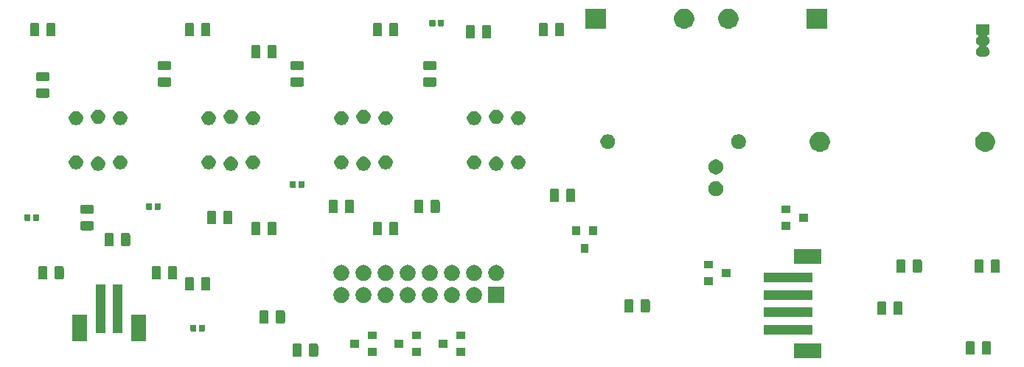
<source format=gbr>
G04 #@! TF.GenerationSoftware,KiCad,Pcbnew,(5.1.6-0-10_14)*
G04 #@! TF.CreationDate,2020-06-30T11:40:46-07:00*
G04 #@! TF.ProjectId,Pufferfish-Interface-1,50756666-6572-4666-9973-682d496e7465,v0.1*
G04 #@! TF.SameCoordinates,Original*
G04 #@! TF.FileFunction,Soldermask,Bot*
G04 #@! TF.FilePolarity,Negative*
%FSLAX46Y46*%
G04 Gerber Fmt 4.6, Leading zero omitted, Abs format (unit mm)*
G04 Created by KiCad (PCBNEW (5.1.6-0-10_14)) date 2020-06-30 11:40:46*
%MOMM*%
%LPD*%
G01*
G04 APERTURE LIST*
%ADD10C,0.020000*%
G04 APERTURE END LIST*
D10*
G36*
X109719000Y-56797000D02*
G01*
X106617000Y-56797000D01*
X106617000Y-55095000D01*
X109719000Y-55095000D01*
X109719000Y-56797000D01*
G37*
G36*
X49901968Y-55133565D02*
G01*
X49940638Y-55145296D01*
X49976277Y-55164346D01*
X50007517Y-55189983D01*
X50033154Y-55221223D01*
X50052204Y-55256862D01*
X50063935Y-55295532D01*
X50068500Y-55341888D01*
X50068500Y-56418112D01*
X50063935Y-56464468D01*
X50052204Y-56503138D01*
X50033154Y-56538777D01*
X50007517Y-56570017D01*
X49976277Y-56595654D01*
X49940638Y-56614704D01*
X49901968Y-56626435D01*
X49855612Y-56631000D01*
X49204388Y-56631000D01*
X49158032Y-56626435D01*
X49119362Y-56614704D01*
X49083723Y-56595654D01*
X49052483Y-56570017D01*
X49026846Y-56538777D01*
X49007796Y-56503138D01*
X48996065Y-56464468D01*
X48991500Y-56418112D01*
X48991500Y-55341888D01*
X48996065Y-55295532D01*
X49007796Y-55256862D01*
X49026846Y-55221223D01*
X49052483Y-55189983D01*
X49083723Y-55164346D01*
X49119362Y-55145296D01*
X49158032Y-55133565D01*
X49204388Y-55129000D01*
X49855612Y-55129000D01*
X49901968Y-55133565D01*
G37*
G36*
X51776968Y-55133565D02*
G01*
X51815638Y-55145296D01*
X51851277Y-55164346D01*
X51882517Y-55189983D01*
X51908154Y-55221223D01*
X51927204Y-55256862D01*
X51938935Y-55295532D01*
X51943500Y-55341888D01*
X51943500Y-56418112D01*
X51938935Y-56464468D01*
X51927204Y-56503138D01*
X51908154Y-56538777D01*
X51882517Y-56570017D01*
X51851277Y-56595654D01*
X51815638Y-56614704D01*
X51776968Y-56626435D01*
X51730612Y-56631000D01*
X51079388Y-56631000D01*
X51033032Y-56626435D01*
X50994362Y-56614704D01*
X50958723Y-56595654D01*
X50927483Y-56570017D01*
X50901846Y-56538777D01*
X50882796Y-56503138D01*
X50871065Y-56464468D01*
X50866500Y-56418112D01*
X50866500Y-55341888D01*
X50871065Y-55295532D01*
X50882796Y-55256862D01*
X50901846Y-55221223D01*
X50927483Y-55189983D01*
X50958723Y-55164346D01*
X50994362Y-55145296D01*
X51033032Y-55133565D01*
X51079388Y-55129000D01*
X51730612Y-55129000D01*
X51776968Y-55133565D01*
G37*
G36*
X68811000Y-56519000D02*
G01*
X67809000Y-56519000D01*
X67809000Y-55617000D01*
X68811000Y-55617000D01*
X68811000Y-56519000D01*
G37*
G36*
X58651000Y-56519000D02*
G01*
X57649000Y-56519000D01*
X57649000Y-55617000D01*
X58651000Y-55617000D01*
X58651000Y-56519000D01*
G37*
G36*
X63731000Y-56519000D02*
G01*
X62729000Y-56519000D01*
X62729000Y-55617000D01*
X63731000Y-55617000D01*
X63731000Y-56519000D01*
G37*
G36*
X127196468Y-54879565D02*
G01*
X127235138Y-54891296D01*
X127270777Y-54910346D01*
X127302017Y-54935983D01*
X127327654Y-54967223D01*
X127346704Y-55002862D01*
X127358435Y-55041532D01*
X127363000Y-55087888D01*
X127363000Y-56164112D01*
X127358435Y-56210468D01*
X127346704Y-56249138D01*
X127327654Y-56284777D01*
X127302017Y-56316017D01*
X127270777Y-56341654D01*
X127235138Y-56360704D01*
X127196468Y-56372435D01*
X127150112Y-56377000D01*
X126498888Y-56377000D01*
X126452532Y-56372435D01*
X126413862Y-56360704D01*
X126378223Y-56341654D01*
X126346983Y-56316017D01*
X126321346Y-56284777D01*
X126302296Y-56249138D01*
X126290565Y-56210468D01*
X126286000Y-56164112D01*
X126286000Y-55087888D01*
X126290565Y-55041532D01*
X126302296Y-55002862D01*
X126321346Y-54967223D01*
X126346983Y-54935983D01*
X126378223Y-54910346D01*
X126413862Y-54891296D01*
X126452532Y-54879565D01*
X126498888Y-54875000D01*
X127150112Y-54875000D01*
X127196468Y-54879565D01*
G37*
G36*
X129071468Y-54879565D02*
G01*
X129110138Y-54891296D01*
X129145777Y-54910346D01*
X129177017Y-54935983D01*
X129202654Y-54967223D01*
X129221704Y-55002862D01*
X129233435Y-55041532D01*
X129238000Y-55087888D01*
X129238000Y-56164112D01*
X129233435Y-56210468D01*
X129221704Y-56249138D01*
X129202654Y-56284777D01*
X129177017Y-56316017D01*
X129145777Y-56341654D01*
X129110138Y-56360704D01*
X129071468Y-56372435D01*
X129025112Y-56377000D01*
X128373888Y-56377000D01*
X128327532Y-56372435D01*
X128288862Y-56360704D01*
X128253223Y-56341654D01*
X128221983Y-56316017D01*
X128196346Y-56284777D01*
X128177296Y-56249138D01*
X128165565Y-56210468D01*
X128161000Y-56164112D01*
X128161000Y-55087888D01*
X128165565Y-55041532D01*
X128177296Y-55002862D01*
X128196346Y-54967223D01*
X128221983Y-54935983D01*
X128253223Y-54910346D01*
X128288862Y-54891296D01*
X128327532Y-54879565D01*
X128373888Y-54875000D01*
X129025112Y-54875000D01*
X129071468Y-54879565D01*
G37*
G36*
X56651000Y-55569000D02*
G01*
X55649000Y-55569000D01*
X55649000Y-54667000D01*
X56651000Y-54667000D01*
X56651000Y-55569000D01*
G37*
G36*
X61731000Y-55569000D02*
G01*
X60729000Y-55569000D01*
X60729000Y-54667000D01*
X61731000Y-54667000D01*
X61731000Y-55569000D01*
G37*
G36*
X66811000Y-55569000D02*
G01*
X65809000Y-55569000D01*
X65809000Y-54667000D01*
X66811000Y-54667000D01*
X66811000Y-55569000D01*
G37*
G36*
X32191000Y-54891000D02*
G01*
X30489000Y-54891000D01*
X30489000Y-51789000D01*
X32191000Y-51789000D01*
X32191000Y-54891000D01*
G37*
G36*
X25391000Y-54891000D02*
G01*
X23689000Y-54891000D01*
X23689000Y-51789000D01*
X25391000Y-51789000D01*
X25391000Y-54891000D01*
G37*
G36*
X68811000Y-54619000D02*
G01*
X67809000Y-54619000D01*
X67809000Y-53717000D01*
X68811000Y-53717000D01*
X68811000Y-54619000D01*
G37*
G36*
X63731000Y-54619000D02*
G01*
X62729000Y-54619000D01*
X62729000Y-53717000D01*
X63731000Y-53717000D01*
X63731000Y-54619000D01*
G37*
G36*
X58651000Y-54619000D02*
G01*
X57649000Y-54619000D01*
X57649000Y-53717000D01*
X58651000Y-53717000D01*
X58651000Y-54619000D01*
G37*
G36*
X108719000Y-54097000D02*
G01*
X103117000Y-54097000D01*
X103117000Y-52995000D01*
X108719000Y-52995000D01*
X108719000Y-54097000D01*
G37*
G36*
X29491000Y-53891000D02*
G01*
X28389000Y-53891000D01*
X28389000Y-48289000D01*
X29491000Y-48289000D01*
X29491000Y-53891000D01*
G37*
G36*
X27491000Y-53891000D02*
G01*
X26389000Y-53891000D01*
X26389000Y-48289000D01*
X27491000Y-48289000D01*
X27491000Y-53891000D01*
G37*
G36*
X38841938Y-52971716D02*
G01*
X38862557Y-52977971D01*
X38881553Y-52988124D01*
X38898208Y-53001792D01*
X38911876Y-53018447D01*
X38922029Y-53037443D01*
X38928284Y-53058062D01*
X38931000Y-53085640D01*
X38931000Y-53594360D01*
X38928284Y-53621938D01*
X38922029Y-53642557D01*
X38911876Y-53661553D01*
X38898208Y-53678208D01*
X38881553Y-53691876D01*
X38862557Y-53702029D01*
X38841938Y-53708284D01*
X38814360Y-53711000D01*
X38355640Y-53711000D01*
X38328062Y-53708284D01*
X38307443Y-53702029D01*
X38288447Y-53691876D01*
X38271792Y-53678208D01*
X38258124Y-53661553D01*
X38247971Y-53642557D01*
X38241716Y-53621938D01*
X38239000Y-53594360D01*
X38239000Y-53085640D01*
X38241716Y-53058062D01*
X38247971Y-53037443D01*
X38258124Y-53018447D01*
X38271792Y-53001792D01*
X38288447Y-52988124D01*
X38307443Y-52977971D01*
X38328062Y-52971716D01*
X38355640Y-52969000D01*
X38814360Y-52969000D01*
X38841938Y-52971716D01*
G37*
G36*
X37871938Y-52971716D02*
G01*
X37892557Y-52977971D01*
X37911553Y-52988124D01*
X37928208Y-53001792D01*
X37941876Y-53018447D01*
X37952029Y-53037443D01*
X37958284Y-53058062D01*
X37961000Y-53085640D01*
X37961000Y-53594360D01*
X37958284Y-53621938D01*
X37952029Y-53642557D01*
X37941876Y-53661553D01*
X37928208Y-53678208D01*
X37911553Y-53691876D01*
X37892557Y-53702029D01*
X37871938Y-53708284D01*
X37844360Y-53711000D01*
X37385640Y-53711000D01*
X37358062Y-53708284D01*
X37337443Y-53702029D01*
X37318447Y-53691876D01*
X37301792Y-53678208D01*
X37288124Y-53661553D01*
X37277971Y-53642557D01*
X37271716Y-53621938D01*
X37269000Y-53594360D01*
X37269000Y-53085640D01*
X37271716Y-53058062D01*
X37277971Y-53037443D01*
X37288124Y-53018447D01*
X37301792Y-53001792D01*
X37318447Y-52988124D01*
X37337443Y-52977971D01*
X37358062Y-52971716D01*
X37385640Y-52969000D01*
X37844360Y-52969000D01*
X37871938Y-52971716D01*
G37*
G36*
X46091968Y-51323565D02*
G01*
X46130638Y-51335296D01*
X46166277Y-51354346D01*
X46197517Y-51379983D01*
X46223154Y-51411223D01*
X46242204Y-51446862D01*
X46253935Y-51485532D01*
X46258500Y-51531888D01*
X46258500Y-52608112D01*
X46253935Y-52654468D01*
X46242204Y-52693138D01*
X46223154Y-52728777D01*
X46197517Y-52760017D01*
X46166277Y-52785654D01*
X46130638Y-52804704D01*
X46091968Y-52816435D01*
X46045612Y-52821000D01*
X45394388Y-52821000D01*
X45348032Y-52816435D01*
X45309362Y-52804704D01*
X45273723Y-52785654D01*
X45242483Y-52760017D01*
X45216846Y-52728777D01*
X45197796Y-52693138D01*
X45186065Y-52654468D01*
X45181500Y-52608112D01*
X45181500Y-51531888D01*
X45186065Y-51485532D01*
X45197796Y-51446862D01*
X45216846Y-51411223D01*
X45242483Y-51379983D01*
X45273723Y-51354346D01*
X45309362Y-51335296D01*
X45348032Y-51323565D01*
X45394388Y-51319000D01*
X46045612Y-51319000D01*
X46091968Y-51323565D01*
G37*
G36*
X47966968Y-51323565D02*
G01*
X48005638Y-51335296D01*
X48041277Y-51354346D01*
X48072517Y-51379983D01*
X48098154Y-51411223D01*
X48117204Y-51446862D01*
X48128935Y-51485532D01*
X48133500Y-51531888D01*
X48133500Y-52608112D01*
X48128935Y-52654468D01*
X48117204Y-52693138D01*
X48098154Y-52728777D01*
X48072517Y-52760017D01*
X48041277Y-52785654D01*
X48005638Y-52804704D01*
X47966968Y-52816435D01*
X47920612Y-52821000D01*
X47269388Y-52821000D01*
X47223032Y-52816435D01*
X47184362Y-52804704D01*
X47148723Y-52785654D01*
X47117483Y-52760017D01*
X47091846Y-52728777D01*
X47072796Y-52693138D01*
X47061065Y-52654468D01*
X47056500Y-52608112D01*
X47056500Y-51531888D01*
X47061065Y-51485532D01*
X47072796Y-51446862D01*
X47091846Y-51411223D01*
X47117483Y-51379983D01*
X47148723Y-51354346D01*
X47184362Y-51335296D01*
X47223032Y-51323565D01*
X47269388Y-51319000D01*
X47920612Y-51319000D01*
X47966968Y-51323565D01*
G37*
G36*
X108719000Y-52097000D02*
G01*
X103117000Y-52097000D01*
X103117000Y-50995000D01*
X108719000Y-50995000D01*
X108719000Y-52097000D01*
G37*
G36*
X117036468Y-50307565D02*
G01*
X117075138Y-50319296D01*
X117110777Y-50338346D01*
X117142017Y-50363983D01*
X117167654Y-50395223D01*
X117186704Y-50430862D01*
X117198435Y-50469532D01*
X117203000Y-50515888D01*
X117203000Y-51592112D01*
X117198435Y-51638468D01*
X117186704Y-51677138D01*
X117167654Y-51712777D01*
X117142017Y-51744017D01*
X117110777Y-51769654D01*
X117075138Y-51788704D01*
X117036468Y-51800435D01*
X116990112Y-51805000D01*
X116338888Y-51805000D01*
X116292532Y-51800435D01*
X116253862Y-51788704D01*
X116218223Y-51769654D01*
X116186983Y-51744017D01*
X116161346Y-51712777D01*
X116142296Y-51677138D01*
X116130565Y-51638468D01*
X116126000Y-51592112D01*
X116126000Y-50515888D01*
X116130565Y-50469532D01*
X116142296Y-50430862D01*
X116161346Y-50395223D01*
X116186983Y-50363983D01*
X116218223Y-50338346D01*
X116253862Y-50319296D01*
X116292532Y-50307565D01*
X116338888Y-50303000D01*
X116990112Y-50303000D01*
X117036468Y-50307565D01*
G37*
G36*
X118911468Y-50307565D02*
G01*
X118950138Y-50319296D01*
X118985777Y-50338346D01*
X119017017Y-50363983D01*
X119042654Y-50395223D01*
X119061704Y-50430862D01*
X119073435Y-50469532D01*
X119078000Y-50515888D01*
X119078000Y-51592112D01*
X119073435Y-51638468D01*
X119061704Y-51677138D01*
X119042654Y-51712777D01*
X119017017Y-51744017D01*
X118985777Y-51769654D01*
X118950138Y-51788704D01*
X118911468Y-51800435D01*
X118865112Y-51805000D01*
X118213888Y-51805000D01*
X118167532Y-51800435D01*
X118128862Y-51788704D01*
X118093223Y-51769654D01*
X118061983Y-51744017D01*
X118036346Y-51712777D01*
X118017296Y-51677138D01*
X118005565Y-51638468D01*
X118001000Y-51592112D01*
X118001000Y-50515888D01*
X118005565Y-50469532D01*
X118017296Y-50430862D01*
X118036346Y-50395223D01*
X118061983Y-50363983D01*
X118093223Y-50338346D01*
X118128862Y-50319296D01*
X118167532Y-50307565D01*
X118213888Y-50303000D01*
X118865112Y-50303000D01*
X118911468Y-50307565D01*
G37*
G36*
X88001968Y-50053565D02*
G01*
X88040638Y-50065296D01*
X88076277Y-50084346D01*
X88107517Y-50109983D01*
X88133154Y-50141223D01*
X88152204Y-50176862D01*
X88163935Y-50215532D01*
X88168500Y-50261888D01*
X88168500Y-51338112D01*
X88163935Y-51384468D01*
X88152204Y-51423138D01*
X88133154Y-51458777D01*
X88107517Y-51490017D01*
X88076277Y-51515654D01*
X88040638Y-51534704D01*
X88001968Y-51546435D01*
X87955612Y-51551000D01*
X87304388Y-51551000D01*
X87258032Y-51546435D01*
X87219362Y-51534704D01*
X87183723Y-51515654D01*
X87152483Y-51490017D01*
X87126846Y-51458777D01*
X87107796Y-51423138D01*
X87096065Y-51384468D01*
X87091500Y-51338112D01*
X87091500Y-50261888D01*
X87096065Y-50215532D01*
X87107796Y-50176862D01*
X87126846Y-50141223D01*
X87152483Y-50109983D01*
X87183723Y-50084346D01*
X87219362Y-50065296D01*
X87258032Y-50053565D01*
X87304388Y-50049000D01*
X87955612Y-50049000D01*
X88001968Y-50053565D01*
G37*
G36*
X89876968Y-50053565D02*
G01*
X89915638Y-50065296D01*
X89951277Y-50084346D01*
X89982517Y-50109983D01*
X90008154Y-50141223D01*
X90027204Y-50176862D01*
X90038935Y-50215532D01*
X90043500Y-50261888D01*
X90043500Y-51338112D01*
X90038935Y-51384468D01*
X90027204Y-51423138D01*
X90008154Y-51458777D01*
X89982517Y-51490017D01*
X89951277Y-51515654D01*
X89915638Y-51534704D01*
X89876968Y-51546435D01*
X89830612Y-51551000D01*
X89179388Y-51551000D01*
X89133032Y-51546435D01*
X89094362Y-51534704D01*
X89058723Y-51515654D01*
X89027483Y-51490017D01*
X89001846Y-51458777D01*
X88982796Y-51423138D01*
X88971065Y-51384468D01*
X88966500Y-51338112D01*
X88966500Y-50261888D01*
X88971065Y-50215532D01*
X88982796Y-50176862D01*
X89001846Y-50141223D01*
X89027483Y-50109983D01*
X89058723Y-50084346D01*
X89094362Y-50065296D01*
X89133032Y-50053565D01*
X89179388Y-50049000D01*
X89830612Y-50049000D01*
X89876968Y-50053565D01*
G37*
G36*
X54788215Y-48634053D02*
G01*
X54876458Y-48651605D01*
X54945319Y-48680128D01*
X55042703Y-48720466D01*
X55192322Y-48820438D01*
X55319562Y-48947678D01*
X55419534Y-49097297D01*
X55488395Y-49263543D01*
X55523500Y-49440027D01*
X55523500Y-49619973D01*
X55488395Y-49796457D01*
X55419534Y-49962703D01*
X55319562Y-50112322D01*
X55192322Y-50239562D01*
X55042703Y-50339534D01*
X54945319Y-50379872D01*
X54876458Y-50408395D01*
X54804727Y-50422663D01*
X54699973Y-50443500D01*
X54520027Y-50443500D01*
X54415273Y-50422663D01*
X54343542Y-50408395D01*
X54274681Y-50379872D01*
X54177297Y-50339534D01*
X54027678Y-50239562D01*
X53900438Y-50112322D01*
X53800466Y-49962703D01*
X53731605Y-49796457D01*
X53696500Y-49619973D01*
X53696500Y-49440027D01*
X53731605Y-49263543D01*
X53800466Y-49097297D01*
X53900438Y-48947678D01*
X54027678Y-48820438D01*
X54177297Y-48720466D01*
X54274681Y-48680128D01*
X54343542Y-48651605D01*
X54431785Y-48634053D01*
X54520027Y-48616500D01*
X54699973Y-48616500D01*
X54788215Y-48634053D01*
G37*
G36*
X57328215Y-48634053D02*
G01*
X57416458Y-48651605D01*
X57485319Y-48680128D01*
X57582703Y-48720466D01*
X57732322Y-48820438D01*
X57859562Y-48947678D01*
X57959534Y-49097297D01*
X58028395Y-49263543D01*
X58063500Y-49440027D01*
X58063500Y-49619973D01*
X58028395Y-49796457D01*
X57959534Y-49962703D01*
X57859562Y-50112322D01*
X57732322Y-50239562D01*
X57582703Y-50339534D01*
X57485319Y-50379872D01*
X57416458Y-50408395D01*
X57344727Y-50422663D01*
X57239973Y-50443500D01*
X57060027Y-50443500D01*
X56955273Y-50422663D01*
X56883542Y-50408395D01*
X56814681Y-50379872D01*
X56717297Y-50339534D01*
X56567678Y-50239562D01*
X56440438Y-50112322D01*
X56340466Y-49962703D01*
X56271605Y-49796457D01*
X56236500Y-49619973D01*
X56236500Y-49440027D01*
X56271605Y-49263543D01*
X56340466Y-49097297D01*
X56440438Y-48947678D01*
X56567678Y-48820438D01*
X56717297Y-48720466D01*
X56814681Y-48680128D01*
X56883542Y-48651605D01*
X56971785Y-48634053D01*
X57060027Y-48616500D01*
X57239973Y-48616500D01*
X57328215Y-48634053D01*
G37*
G36*
X59868215Y-48634053D02*
G01*
X59956458Y-48651605D01*
X60025319Y-48680128D01*
X60122703Y-48720466D01*
X60272322Y-48820438D01*
X60399562Y-48947678D01*
X60499534Y-49097297D01*
X60568395Y-49263543D01*
X60603500Y-49440027D01*
X60603500Y-49619973D01*
X60568395Y-49796457D01*
X60499534Y-49962703D01*
X60399562Y-50112322D01*
X60272322Y-50239562D01*
X60122703Y-50339534D01*
X60025319Y-50379872D01*
X59956458Y-50408395D01*
X59884727Y-50422663D01*
X59779973Y-50443500D01*
X59600027Y-50443500D01*
X59495273Y-50422663D01*
X59423542Y-50408395D01*
X59354681Y-50379872D01*
X59257297Y-50339534D01*
X59107678Y-50239562D01*
X58980438Y-50112322D01*
X58880466Y-49962703D01*
X58811605Y-49796457D01*
X58776500Y-49619973D01*
X58776500Y-49440027D01*
X58811605Y-49263543D01*
X58880466Y-49097297D01*
X58980438Y-48947678D01*
X59107678Y-48820438D01*
X59257297Y-48720466D01*
X59354681Y-48680128D01*
X59423542Y-48651605D01*
X59511785Y-48634053D01*
X59600027Y-48616500D01*
X59779973Y-48616500D01*
X59868215Y-48634053D01*
G37*
G36*
X62408215Y-48634053D02*
G01*
X62496458Y-48651605D01*
X62565319Y-48680128D01*
X62662703Y-48720466D01*
X62812322Y-48820438D01*
X62939562Y-48947678D01*
X63039534Y-49097297D01*
X63108395Y-49263543D01*
X63143500Y-49440027D01*
X63143500Y-49619973D01*
X63108395Y-49796457D01*
X63039534Y-49962703D01*
X62939562Y-50112322D01*
X62812322Y-50239562D01*
X62662703Y-50339534D01*
X62565319Y-50379872D01*
X62496458Y-50408395D01*
X62424727Y-50422663D01*
X62319973Y-50443500D01*
X62140027Y-50443500D01*
X62035273Y-50422663D01*
X61963542Y-50408395D01*
X61894681Y-50379872D01*
X61797297Y-50339534D01*
X61647678Y-50239562D01*
X61520438Y-50112322D01*
X61420466Y-49962703D01*
X61351605Y-49796457D01*
X61316500Y-49619973D01*
X61316500Y-49440027D01*
X61351605Y-49263543D01*
X61420466Y-49097297D01*
X61520438Y-48947678D01*
X61647678Y-48820438D01*
X61797297Y-48720466D01*
X61894681Y-48680128D01*
X61963542Y-48651605D01*
X62051785Y-48634053D01*
X62140027Y-48616500D01*
X62319973Y-48616500D01*
X62408215Y-48634053D01*
G37*
G36*
X64948215Y-48634053D02*
G01*
X65036458Y-48651605D01*
X65105319Y-48680128D01*
X65202703Y-48720466D01*
X65352322Y-48820438D01*
X65479562Y-48947678D01*
X65579534Y-49097297D01*
X65648395Y-49263543D01*
X65683500Y-49440027D01*
X65683500Y-49619973D01*
X65648395Y-49796457D01*
X65579534Y-49962703D01*
X65479562Y-50112322D01*
X65352322Y-50239562D01*
X65202703Y-50339534D01*
X65105319Y-50379872D01*
X65036458Y-50408395D01*
X64964727Y-50422663D01*
X64859973Y-50443500D01*
X64680027Y-50443500D01*
X64575273Y-50422663D01*
X64503542Y-50408395D01*
X64434681Y-50379872D01*
X64337297Y-50339534D01*
X64187678Y-50239562D01*
X64060438Y-50112322D01*
X63960466Y-49962703D01*
X63891605Y-49796457D01*
X63856500Y-49619973D01*
X63856500Y-49440027D01*
X63891605Y-49263543D01*
X63960466Y-49097297D01*
X64060438Y-48947678D01*
X64187678Y-48820438D01*
X64337297Y-48720466D01*
X64434681Y-48680128D01*
X64503542Y-48651605D01*
X64591785Y-48634053D01*
X64680027Y-48616500D01*
X64859973Y-48616500D01*
X64948215Y-48634053D01*
G37*
G36*
X73303500Y-50443500D02*
G01*
X71476500Y-50443500D01*
X71476500Y-48616500D01*
X73303500Y-48616500D01*
X73303500Y-50443500D01*
G37*
G36*
X70028215Y-48634053D02*
G01*
X70116458Y-48651605D01*
X70185319Y-48680128D01*
X70282703Y-48720466D01*
X70432322Y-48820438D01*
X70559562Y-48947678D01*
X70659534Y-49097297D01*
X70728395Y-49263543D01*
X70763500Y-49440027D01*
X70763500Y-49619973D01*
X70728395Y-49796457D01*
X70659534Y-49962703D01*
X70559562Y-50112322D01*
X70432322Y-50239562D01*
X70282703Y-50339534D01*
X70185319Y-50379872D01*
X70116458Y-50408395D01*
X70044727Y-50422663D01*
X69939973Y-50443500D01*
X69760027Y-50443500D01*
X69655273Y-50422663D01*
X69583542Y-50408395D01*
X69514681Y-50379872D01*
X69417297Y-50339534D01*
X69267678Y-50239562D01*
X69140438Y-50112322D01*
X69040466Y-49962703D01*
X68971605Y-49796457D01*
X68936500Y-49619973D01*
X68936500Y-49440027D01*
X68971605Y-49263543D01*
X69040466Y-49097297D01*
X69140438Y-48947678D01*
X69267678Y-48820438D01*
X69417297Y-48720466D01*
X69514681Y-48680128D01*
X69583542Y-48651605D01*
X69671785Y-48634053D01*
X69760027Y-48616500D01*
X69939973Y-48616500D01*
X70028215Y-48634053D01*
G37*
G36*
X67488215Y-48634053D02*
G01*
X67576458Y-48651605D01*
X67645319Y-48680128D01*
X67742703Y-48720466D01*
X67892322Y-48820438D01*
X68019562Y-48947678D01*
X68119534Y-49097297D01*
X68188395Y-49263543D01*
X68223500Y-49440027D01*
X68223500Y-49619973D01*
X68188395Y-49796457D01*
X68119534Y-49962703D01*
X68019562Y-50112322D01*
X67892322Y-50239562D01*
X67742703Y-50339534D01*
X67645319Y-50379872D01*
X67576458Y-50408395D01*
X67504727Y-50422663D01*
X67399973Y-50443500D01*
X67220027Y-50443500D01*
X67115273Y-50422663D01*
X67043542Y-50408395D01*
X66974681Y-50379872D01*
X66877297Y-50339534D01*
X66727678Y-50239562D01*
X66600438Y-50112322D01*
X66500466Y-49962703D01*
X66431605Y-49796457D01*
X66396500Y-49619973D01*
X66396500Y-49440027D01*
X66431605Y-49263543D01*
X66500466Y-49097297D01*
X66600438Y-48947678D01*
X66727678Y-48820438D01*
X66877297Y-48720466D01*
X66974681Y-48680128D01*
X67043542Y-48651605D01*
X67131785Y-48634053D01*
X67220027Y-48616500D01*
X67399973Y-48616500D01*
X67488215Y-48634053D01*
G37*
G36*
X108719000Y-50097000D02*
G01*
X103117000Y-50097000D01*
X103117000Y-48995000D01*
X108719000Y-48995000D01*
X108719000Y-50097000D01*
G37*
G36*
X39409468Y-47513565D02*
G01*
X39448138Y-47525296D01*
X39483777Y-47544346D01*
X39515017Y-47569983D01*
X39540654Y-47601223D01*
X39559704Y-47636862D01*
X39571435Y-47675532D01*
X39576000Y-47721888D01*
X39576000Y-48798112D01*
X39571435Y-48844468D01*
X39559704Y-48883138D01*
X39540654Y-48918777D01*
X39515017Y-48950017D01*
X39483777Y-48975654D01*
X39448138Y-48994704D01*
X39409468Y-49006435D01*
X39363112Y-49011000D01*
X38711888Y-49011000D01*
X38665532Y-49006435D01*
X38626862Y-48994704D01*
X38591223Y-48975654D01*
X38559983Y-48950017D01*
X38534346Y-48918777D01*
X38515296Y-48883138D01*
X38503565Y-48844468D01*
X38499000Y-48798112D01*
X38499000Y-47721888D01*
X38503565Y-47675532D01*
X38515296Y-47636862D01*
X38534346Y-47601223D01*
X38559983Y-47569983D01*
X38591223Y-47544346D01*
X38626862Y-47525296D01*
X38665532Y-47513565D01*
X38711888Y-47509000D01*
X39363112Y-47509000D01*
X39409468Y-47513565D01*
G37*
G36*
X37534468Y-47513565D02*
G01*
X37573138Y-47525296D01*
X37608777Y-47544346D01*
X37640017Y-47569983D01*
X37665654Y-47601223D01*
X37684704Y-47636862D01*
X37696435Y-47675532D01*
X37701000Y-47721888D01*
X37701000Y-48798112D01*
X37696435Y-48844468D01*
X37684704Y-48883138D01*
X37665654Y-48918777D01*
X37640017Y-48950017D01*
X37608777Y-48975654D01*
X37573138Y-48994704D01*
X37534468Y-49006435D01*
X37488112Y-49011000D01*
X36836888Y-49011000D01*
X36790532Y-49006435D01*
X36751862Y-48994704D01*
X36716223Y-48975654D01*
X36684983Y-48950017D01*
X36659346Y-48918777D01*
X36640296Y-48883138D01*
X36628565Y-48844468D01*
X36624000Y-48798112D01*
X36624000Y-47721888D01*
X36628565Y-47675532D01*
X36640296Y-47636862D01*
X36659346Y-47601223D01*
X36684983Y-47569983D01*
X36716223Y-47544346D01*
X36751862Y-47525296D01*
X36790532Y-47513565D01*
X36836888Y-47509000D01*
X37488112Y-47509000D01*
X37534468Y-47513565D01*
G37*
G36*
X97291000Y-48391000D02*
G01*
X96289000Y-48391000D01*
X96289000Y-47489000D01*
X97291000Y-47489000D01*
X97291000Y-48391000D01*
G37*
G36*
X108719000Y-48097000D02*
G01*
X103117000Y-48097000D01*
X103117000Y-46995000D01*
X108719000Y-46995000D01*
X108719000Y-48097000D01*
G37*
G36*
X54788215Y-46094052D02*
G01*
X54876458Y-46111605D01*
X54945319Y-46140128D01*
X55042703Y-46180466D01*
X55192322Y-46280438D01*
X55319562Y-46407678D01*
X55419534Y-46557297D01*
X55488395Y-46723543D01*
X55523500Y-46900027D01*
X55523500Y-47079973D01*
X55488395Y-47256457D01*
X55419534Y-47422703D01*
X55319562Y-47572322D01*
X55192322Y-47699562D01*
X55042703Y-47799534D01*
X54945319Y-47839872D01*
X54876458Y-47868395D01*
X54788215Y-47885947D01*
X54699973Y-47903500D01*
X54520027Y-47903500D01*
X54431785Y-47885947D01*
X54343542Y-47868395D01*
X54274681Y-47839872D01*
X54177297Y-47799534D01*
X54027678Y-47699562D01*
X53900438Y-47572322D01*
X53800466Y-47422703D01*
X53731605Y-47256457D01*
X53696500Y-47079973D01*
X53696500Y-46900027D01*
X53731605Y-46723543D01*
X53800466Y-46557297D01*
X53900438Y-46407678D01*
X54027678Y-46280438D01*
X54177297Y-46180466D01*
X54274681Y-46140128D01*
X54343542Y-46111605D01*
X54431785Y-46094052D01*
X54520027Y-46076500D01*
X54699973Y-46076500D01*
X54788215Y-46094052D01*
G37*
G36*
X59868215Y-46094052D02*
G01*
X59956458Y-46111605D01*
X60025319Y-46140128D01*
X60122703Y-46180466D01*
X60272322Y-46280438D01*
X60399562Y-46407678D01*
X60499534Y-46557297D01*
X60568395Y-46723543D01*
X60603500Y-46900027D01*
X60603500Y-47079973D01*
X60568395Y-47256457D01*
X60499534Y-47422703D01*
X60399562Y-47572322D01*
X60272322Y-47699562D01*
X60122703Y-47799534D01*
X60025319Y-47839872D01*
X59956458Y-47868395D01*
X59868215Y-47885947D01*
X59779973Y-47903500D01*
X59600027Y-47903500D01*
X59511785Y-47885947D01*
X59423542Y-47868395D01*
X59354681Y-47839872D01*
X59257297Y-47799534D01*
X59107678Y-47699562D01*
X58980438Y-47572322D01*
X58880466Y-47422703D01*
X58811605Y-47256457D01*
X58776500Y-47079973D01*
X58776500Y-46900027D01*
X58811605Y-46723543D01*
X58880466Y-46557297D01*
X58980438Y-46407678D01*
X59107678Y-46280438D01*
X59257297Y-46180466D01*
X59354681Y-46140128D01*
X59423542Y-46111605D01*
X59511785Y-46094052D01*
X59600027Y-46076500D01*
X59779973Y-46076500D01*
X59868215Y-46094052D01*
G37*
G36*
X62408215Y-46094052D02*
G01*
X62496458Y-46111605D01*
X62565319Y-46140128D01*
X62662703Y-46180466D01*
X62812322Y-46280438D01*
X62939562Y-46407678D01*
X63039534Y-46557297D01*
X63108395Y-46723543D01*
X63143500Y-46900027D01*
X63143500Y-47079973D01*
X63108395Y-47256457D01*
X63039534Y-47422703D01*
X62939562Y-47572322D01*
X62812322Y-47699562D01*
X62662703Y-47799534D01*
X62565319Y-47839872D01*
X62496458Y-47868395D01*
X62408215Y-47885947D01*
X62319973Y-47903500D01*
X62140027Y-47903500D01*
X62051785Y-47885947D01*
X61963542Y-47868395D01*
X61894681Y-47839872D01*
X61797297Y-47799534D01*
X61647678Y-47699562D01*
X61520438Y-47572322D01*
X61420466Y-47422703D01*
X61351605Y-47256457D01*
X61316500Y-47079973D01*
X61316500Y-46900027D01*
X61351605Y-46723543D01*
X61420466Y-46557297D01*
X61520438Y-46407678D01*
X61647678Y-46280438D01*
X61797297Y-46180466D01*
X61894681Y-46140128D01*
X61963542Y-46111605D01*
X62051785Y-46094052D01*
X62140027Y-46076500D01*
X62319973Y-46076500D01*
X62408215Y-46094052D01*
G37*
G36*
X64948215Y-46094052D02*
G01*
X65036458Y-46111605D01*
X65105319Y-46140128D01*
X65202703Y-46180466D01*
X65352322Y-46280438D01*
X65479562Y-46407678D01*
X65579534Y-46557297D01*
X65648395Y-46723543D01*
X65683500Y-46900027D01*
X65683500Y-47079973D01*
X65648395Y-47256457D01*
X65579534Y-47422703D01*
X65479562Y-47572322D01*
X65352322Y-47699562D01*
X65202703Y-47799534D01*
X65105319Y-47839872D01*
X65036458Y-47868395D01*
X64948215Y-47885947D01*
X64859973Y-47903500D01*
X64680027Y-47903500D01*
X64591785Y-47885947D01*
X64503542Y-47868395D01*
X64434681Y-47839872D01*
X64337297Y-47799534D01*
X64187678Y-47699562D01*
X64060438Y-47572322D01*
X63960466Y-47422703D01*
X63891605Y-47256457D01*
X63856500Y-47079973D01*
X63856500Y-46900027D01*
X63891605Y-46723543D01*
X63960466Y-46557297D01*
X64060438Y-46407678D01*
X64187678Y-46280438D01*
X64337297Y-46180466D01*
X64434681Y-46140128D01*
X64503542Y-46111605D01*
X64591785Y-46094052D01*
X64680027Y-46076500D01*
X64859973Y-46076500D01*
X64948215Y-46094052D01*
G37*
G36*
X67488215Y-46094052D02*
G01*
X67576458Y-46111605D01*
X67645319Y-46140128D01*
X67742703Y-46180466D01*
X67892322Y-46280438D01*
X68019562Y-46407678D01*
X68119534Y-46557297D01*
X68188395Y-46723543D01*
X68223500Y-46900027D01*
X68223500Y-47079973D01*
X68188395Y-47256457D01*
X68119534Y-47422703D01*
X68019562Y-47572322D01*
X67892322Y-47699562D01*
X67742703Y-47799534D01*
X67645319Y-47839872D01*
X67576458Y-47868395D01*
X67488215Y-47885947D01*
X67399973Y-47903500D01*
X67220027Y-47903500D01*
X67131785Y-47885947D01*
X67043542Y-47868395D01*
X66974681Y-47839872D01*
X66877297Y-47799534D01*
X66727678Y-47699562D01*
X66600438Y-47572322D01*
X66500466Y-47422703D01*
X66431605Y-47256457D01*
X66396500Y-47079973D01*
X66396500Y-46900027D01*
X66431605Y-46723543D01*
X66500466Y-46557297D01*
X66600438Y-46407678D01*
X66727678Y-46280438D01*
X66877297Y-46180466D01*
X66974681Y-46140128D01*
X67043542Y-46111605D01*
X67131785Y-46094052D01*
X67220027Y-46076500D01*
X67399973Y-46076500D01*
X67488215Y-46094052D01*
G37*
G36*
X72568215Y-46094052D02*
G01*
X72656458Y-46111605D01*
X72725319Y-46140128D01*
X72822703Y-46180466D01*
X72972322Y-46280438D01*
X73099562Y-46407678D01*
X73199534Y-46557297D01*
X73268395Y-46723543D01*
X73303500Y-46900027D01*
X73303500Y-47079973D01*
X73268395Y-47256457D01*
X73199534Y-47422703D01*
X73099562Y-47572322D01*
X72972322Y-47699562D01*
X72822703Y-47799534D01*
X72725319Y-47839872D01*
X72656458Y-47868395D01*
X72568215Y-47885947D01*
X72479973Y-47903500D01*
X72300027Y-47903500D01*
X72211785Y-47885947D01*
X72123542Y-47868395D01*
X72054681Y-47839872D01*
X71957297Y-47799534D01*
X71807678Y-47699562D01*
X71680438Y-47572322D01*
X71580466Y-47422703D01*
X71511605Y-47256457D01*
X71476500Y-47079973D01*
X71476500Y-46900027D01*
X71511605Y-46723543D01*
X71580466Y-46557297D01*
X71680438Y-46407678D01*
X71807678Y-46280438D01*
X71957297Y-46180466D01*
X72054681Y-46140128D01*
X72123542Y-46111605D01*
X72211785Y-46094052D01*
X72300027Y-46076500D01*
X72479973Y-46076500D01*
X72568215Y-46094052D01*
G37*
G36*
X70028215Y-46094052D02*
G01*
X70116458Y-46111605D01*
X70185319Y-46140128D01*
X70282703Y-46180466D01*
X70432322Y-46280438D01*
X70559562Y-46407678D01*
X70659534Y-46557297D01*
X70728395Y-46723543D01*
X70763500Y-46900027D01*
X70763500Y-47079973D01*
X70728395Y-47256457D01*
X70659534Y-47422703D01*
X70559562Y-47572322D01*
X70432322Y-47699562D01*
X70282703Y-47799534D01*
X70185319Y-47839872D01*
X70116458Y-47868395D01*
X70028215Y-47885947D01*
X69939973Y-47903500D01*
X69760027Y-47903500D01*
X69671785Y-47885947D01*
X69583542Y-47868395D01*
X69514681Y-47839872D01*
X69417297Y-47799534D01*
X69267678Y-47699562D01*
X69140438Y-47572322D01*
X69040466Y-47422703D01*
X68971605Y-47256457D01*
X68936500Y-47079973D01*
X68936500Y-46900027D01*
X68971605Y-46723543D01*
X69040466Y-46557297D01*
X69140438Y-46407678D01*
X69267678Y-46280438D01*
X69417297Y-46180466D01*
X69514681Y-46140128D01*
X69583542Y-46111605D01*
X69671785Y-46094052D01*
X69760027Y-46076500D01*
X69939973Y-46076500D01*
X70028215Y-46094052D01*
G37*
G36*
X57328215Y-46094052D02*
G01*
X57416458Y-46111605D01*
X57485319Y-46140128D01*
X57582703Y-46180466D01*
X57732322Y-46280438D01*
X57859562Y-46407678D01*
X57959534Y-46557297D01*
X58028395Y-46723543D01*
X58063500Y-46900027D01*
X58063500Y-47079973D01*
X58028395Y-47256457D01*
X57959534Y-47422703D01*
X57859562Y-47572322D01*
X57732322Y-47699562D01*
X57582703Y-47799534D01*
X57485319Y-47839872D01*
X57416458Y-47868395D01*
X57328215Y-47885947D01*
X57239973Y-47903500D01*
X57060027Y-47903500D01*
X56971785Y-47885947D01*
X56883542Y-47868395D01*
X56814681Y-47839872D01*
X56717297Y-47799534D01*
X56567678Y-47699562D01*
X56440438Y-47572322D01*
X56340466Y-47422703D01*
X56271605Y-47256457D01*
X56236500Y-47079973D01*
X56236500Y-46900027D01*
X56271605Y-46723543D01*
X56340466Y-46557297D01*
X56440438Y-46407678D01*
X56567678Y-46280438D01*
X56717297Y-46180466D01*
X56814681Y-46140128D01*
X56883542Y-46111605D01*
X56971785Y-46094052D01*
X57060027Y-46076500D01*
X57239973Y-46076500D01*
X57328215Y-46094052D01*
G37*
G36*
X35599468Y-46243565D02*
G01*
X35638138Y-46255296D01*
X35673777Y-46274346D01*
X35705017Y-46299983D01*
X35730654Y-46331223D01*
X35749704Y-46366862D01*
X35761435Y-46405532D01*
X35766000Y-46451888D01*
X35766000Y-47528112D01*
X35761435Y-47574468D01*
X35749704Y-47613138D01*
X35730654Y-47648777D01*
X35705017Y-47680017D01*
X35673777Y-47705654D01*
X35638138Y-47724704D01*
X35599468Y-47736435D01*
X35553112Y-47741000D01*
X34901888Y-47741000D01*
X34855532Y-47736435D01*
X34816862Y-47724704D01*
X34781223Y-47705654D01*
X34749983Y-47680017D01*
X34724346Y-47648777D01*
X34705296Y-47613138D01*
X34693565Y-47574468D01*
X34689000Y-47528112D01*
X34689000Y-46451888D01*
X34693565Y-46405532D01*
X34705296Y-46366862D01*
X34724346Y-46331223D01*
X34749983Y-46299983D01*
X34781223Y-46274346D01*
X34816862Y-46255296D01*
X34855532Y-46243565D01*
X34901888Y-46239000D01*
X35553112Y-46239000D01*
X35599468Y-46243565D01*
G37*
G36*
X33724468Y-46243565D02*
G01*
X33763138Y-46255296D01*
X33798777Y-46274346D01*
X33830017Y-46299983D01*
X33855654Y-46331223D01*
X33874704Y-46366862D01*
X33886435Y-46405532D01*
X33891000Y-46451888D01*
X33891000Y-47528112D01*
X33886435Y-47574468D01*
X33874704Y-47613138D01*
X33855654Y-47648777D01*
X33830017Y-47680017D01*
X33798777Y-47705654D01*
X33763138Y-47724704D01*
X33724468Y-47736435D01*
X33678112Y-47741000D01*
X33026888Y-47741000D01*
X32980532Y-47736435D01*
X32941862Y-47724704D01*
X32906223Y-47705654D01*
X32874983Y-47680017D01*
X32849346Y-47648777D01*
X32830296Y-47613138D01*
X32818565Y-47574468D01*
X32814000Y-47528112D01*
X32814000Y-46451888D01*
X32818565Y-46405532D01*
X32830296Y-46366862D01*
X32849346Y-46331223D01*
X32874983Y-46299983D01*
X32906223Y-46274346D01*
X32941862Y-46255296D01*
X32980532Y-46243565D01*
X33026888Y-46239000D01*
X33678112Y-46239000D01*
X33724468Y-46243565D01*
G37*
G36*
X22566968Y-46243565D02*
G01*
X22605638Y-46255296D01*
X22641277Y-46274346D01*
X22672517Y-46299983D01*
X22698154Y-46331223D01*
X22717204Y-46366862D01*
X22728935Y-46405532D01*
X22733500Y-46451888D01*
X22733500Y-47528112D01*
X22728935Y-47574468D01*
X22717204Y-47613138D01*
X22698154Y-47648777D01*
X22672517Y-47680017D01*
X22641277Y-47705654D01*
X22605638Y-47724704D01*
X22566968Y-47736435D01*
X22520612Y-47741000D01*
X21869388Y-47741000D01*
X21823032Y-47736435D01*
X21784362Y-47724704D01*
X21748723Y-47705654D01*
X21717483Y-47680017D01*
X21691846Y-47648777D01*
X21672796Y-47613138D01*
X21661065Y-47574468D01*
X21656500Y-47528112D01*
X21656500Y-46451888D01*
X21661065Y-46405532D01*
X21672796Y-46366862D01*
X21691846Y-46331223D01*
X21717483Y-46299983D01*
X21748723Y-46274346D01*
X21784362Y-46255296D01*
X21823032Y-46243565D01*
X21869388Y-46239000D01*
X22520612Y-46239000D01*
X22566968Y-46243565D01*
G37*
G36*
X20691968Y-46243565D02*
G01*
X20730638Y-46255296D01*
X20766277Y-46274346D01*
X20797517Y-46299983D01*
X20823154Y-46331223D01*
X20842204Y-46366862D01*
X20853935Y-46405532D01*
X20858500Y-46451888D01*
X20858500Y-47528112D01*
X20853935Y-47574468D01*
X20842204Y-47613138D01*
X20823154Y-47648777D01*
X20797517Y-47680017D01*
X20766277Y-47705654D01*
X20730638Y-47724704D01*
X20691968Y-47736435D01*
X20645612Y-47741000D01*
X19994388Y-47741000D01*
X19948032Y-47736435D01*
X19909362Y-47724704D01*
X19873723Y-47705654D01*
X19842483Y-47680017D01*
X19816846Y-47648777D01*
X19797796Y-47613138D01*
X19786065Y-47574468D01*
X19781500Y-47528112D01*
X19781500Y-46451888D01*
X19786065Y-46405532D01*
X19797796Y-46366862D01*
X19816846Y-46331223D01*
X19842483Y-46299983D01*
X19873723Y-46274346D01*
X19909362Y-46255296D01*
X19948032Y-46243565D01*
X19994388Y-46239000D01*
X20645612Y-46239000D01*
X20691968Y-46243565D01*
G37*
G36*
X99291000Y-47441000D02*
G01*
X98289000Y-47441000D01*
X98289000Y-46539000D01*
X99291000Y-46539000D01*
X99291000Y-47441000D01*
G37*
G36*
X119243968Y-45481565D02*
G01*
X119282638Y-45493296D01*
X119318277Y-45512346D01*
X119349517Y-45537983D01*
X119375154Y-45569223D01*
X119394204Y-45604862D01*
X119405935Y-45643532D01*
X119410500Y-45689888D01*
X119410500Y-46766112D01*
X119405935Y-46812468D01*
X119394204Y-46851138D01*
X119375154Y-46886777D01*
X119349517Y-46918017D01*
X119318277Y-46943654D01*
X119282638Y-46962704D01*
X119243968Y-46974435D01*
X119197612Y-46979000D01*
X118546388Y-46979000D01*
X118500032Y-46974435D01*
X118461362Y-46962704D01*
X118425723Y-46943654D01*
X118394483Y-46918017D01*
X118368846Y-46886777D01*
X118349796Y-46851138D01*
X118338065Y-46812468D01*
X118333500Y-46766112D01*
X118333500Y-45689888D01*
X118338065Y-45643532D01*
X118349796Y-45604862D01*
X118368846Y-45569223D01*
X118394483Y-45537983D01*
X118425723Y-45512346D01*
X118461362Y-45493296D01*
X118500032Y-45481565D01*
X118546388Y-45477000D01*
X119197612Y-45477000D01*
X119243968Y-45481565D01*
G37*
G36*
X128212468Y-45481565D02*
G01*
X128251138Y-45493296D01*
X128286777Y-45512346D01*
X128318017Y-45537983D01*
X128343654Y-45569223D01*
X128362704Y-45604862D01*
X128374435Y-45643532D01*
X128379000Y-45689888D01*
X128379000Y-46766112D01*
X128374435Y-46812468D01*
X128362704Y-46851138D01*
X128343654Y-46886777D01*
X128318017Y-46918017D01*
X128286777Y-46943654D01*
X128251138Y-46962704D01*
X128212468Y-46974435D01*
X128166112Y-46979000D01*
X127514888Y-46979000D01*
X127468532Y-46974435D01*
X127429862Y-46962704D01*
X127394223Y-46943654D01*
X127362983Y-46918017D01*
X127337346Y-46886777D01*
X127318296Y-46851138D01*
X127306565Y-46812468D01*
X127302000Y-46766112D01*
X127302000Y-45689888D01*
X127306565Y-45643532D01*
X127318296Y-45604862D01*
X127337346Y-45569223D01*
X127362983Y-45537983D01*
X127394223Y-45512346D01*
X127429862Y-45493296D01*
X127468532Y-45481565D01*
X127514888Y-45477000D01*
X128166112Y-45477000D01*
X128212468Y-45481565D01*
G37*
G36*
X130087468Y-45481565D02*
G01*
X130126138Y-45493296D01*
X130161777Y-45512346D01*
X130193017Y-45537983D01*
X130218654Y-45569223D01*
X130237704Y-45604862D01*
X130249435Y-45643532D01*
X130254000Y-45689888D01*
X130254000Y-46766112D01*
X130249435Y-46812468D01*
X130237704Y-46851138D01*
X130218654Y-46886777D01*
X130193017Y-46918017D01*
X130161777Y-46943654D01*
X130126138Y-46962704D01*
X130087468Y-46974435D01*
X130041112Y-46979000D01*
X129389888Y-46979000D01*
X129343532Y-46974435D01*
X129304862Y-46962704D01*
X129269223Y-46943654D01*
X129237983Y-46918017D01*
X129212346Y-46886777D01*
X129193296Y-46851138D01*
X129181565Y-46812468D01*
X129177000Y-46766112D01*
X129177000Y-45689888D01*
X129181565Y-45643532D01*
X129193296Y-45604862D01*
X129212346Y-45569223D01*
X129237983Y-45537983D01*
X129269223Y-45512346D01*
X129304862Y-45493296D01*
X129343532Y-45481565D01*
X129389888Y-45477000D01*
X130041112Y-45477000D01*
X130087468Y-45481565D01*
G37*
G36*
X121118968Y-45481565D02*
G01*
X121157638Y-45493296D01*
X121193277Y-45512346D01*
X121224517Y-45537983D01*
X121250154Y-45569223D01*
X121269204Y-45604862D01*
X121280935Y-45643532D01*
X121285500Y-45689888D01*
X121285500Y-46766112D01*
X121280935Y-46812468D01*
X121269204Y-46851138D01*
X121250154Y-46886777D01*
X121224517Y-46918017D01*
X121193277Y-46943654D01*
X121157638Y-46962704D01*
X121118968Y-46974435D01*
X121072612Y-46979000D01*
X120421388Y-46979000D01*
X120375032Y-46974435D01*
X120336362Y-46962704D01*
X120300723Y-46943654D01*
X120269483Y-46918017D01*
X120243846Y-46886777D01*
X120224796Y-46851138D01*
X120213065Y-46812468D01*
X120208500Y-46766112D01*
X120208500Y-45689888D01*
X120213065Y-45643532D01*
X120224796Y-45604862D01*
X120243846Y-45569223D01*
X120269483Y-45537983D01*
X120300723Y-45512346D01*
X120336362Y-45493296D01*
X120375032Y-45481565D01*
X120421388Y-45477000D01*
X121072612Y-45477000D01*
X121118968Y-45481565D01*
G37*
G36*
X97291000Y-46491000D02*
G01*
X96289000Y-46491000D01*
X96289000Y-45589000D01*
X97291000Y-45589000D01*
X97291000Y-46491000D01*
G37*
G36*
X109719000Y-45997000D02*
G01*
X106617000Y-45997000D01*
X106617000Y-44295000D01*
X109719000Y-44295000D01*
X109719000Y-45997000D01*
G37*
G36*
X83001000Y-44681000D02*
G01*
X82099000Y-44681000D01*
X82099000Y-43679000D01*
X83001000Y-43679000D01*
X83001000Y-44681000D01*
G37*
G36*
X30186968Y-42433565D02*
G01*
X30225638Y-42445296D01*
X30261277Y-42464346D01*
X30292517Y-42489983D01*
X30318154Y-42521223D01*
X30337204Y-42556862D01*
X30348935Y-42595532D01*
X30353500Y-42641888D01*
X30353500Y-43718112D01*
X30348935Y-43764468D01*
X30337204Y-43803138D01*
X30318154Y-43838777D01*
X30292517Y-43870017D01*
X30261277Y-43895654D01*
X30225638Y-43914704D01*
X30186968Y-43926435D01*
X30140612Y-43931000D01*
X29489388Y-43931000D01*
X29443032Y-43926435D01*
X29404362Y-43914704D01*
X29368723Y-43895654D01*
X29337483Y-43870017D01*
X29311846Y-43838777D01*
X29292796Y-43803138D01*
X29281065Y-43764468D01*
X29276500Y-43718112D01*
X29276500Y-42641888D01*
X29281065Y-42595532D01*
X29292796Y-42556862D01*
X29311846Y-42521223D01*
X29337483Y-42489983D01*
X29368723Y-42464346D01*
X29404362Y-42445296D01*
X29443032Y-42433565D01*
X29489388Y-42429000D01*
X30140612Y-42429000D01*
X30186968Y-42433565D01*
G37*
G36*
X28311968Y-42433565D02*
G01*
X28350638Y-42445296D01*
X28386277Y-42464346D01*
X28417517Y-42489983D01*
X28443154Y-42521223D01*
X28462204Y-42556862D01*
X28473935Y-42595532D01*
X28478500Y-42641888D01*
X28478500Y-43718112D01*
X28473935Y-43764468D01*
X28462204Y-43803138D01*
X28443154Y-43838777D01*
X28417517Y-43870017D01*
X28386277Y-43895654D01*
X28350638Y-43914704D01*
X28311968Y-43926435D01*
X28265612Y-43931000D01*
X27614388Y-43931000D01*
X27568032Y-43926435D01*
X27529362Y-43914704D01*
X27493723Y-43895654D01*
X27462483Y-43870017D01*
X27436846Y-43838777D01*
X27417796Y-43803138D01*
X27406065Y-43764468D01*
X27401500Y-43718112D01*
X27401500Y-42641888D01*
X27406065Y-42595532D01*
X27417796Y-42556862D01*
X27436846Y-42521223D01*
X27462483Y-42489983D01*
X27493723Y-42464346D01*
X27529362Y-42445296D01*
X27568032Y-42433565D01*
X27614388Y-42429000D01*
X28265612Y-42429000D01*
X28311968Y-42433565D01*
G37*
G36*
X82051000Y-42681000D02*
G01*
X81149000Y-42681000D01*
X81149000Y-41679000D01*
X82051000Y-41679000D01*
X82051000Y-42681000D01*
G37*
G36*
X83951000Y-42681000D02*
G01*
X83049000Y-42681000D01*
X83049000Y-41679000D01*
X83951000Y-41679000D01*
X83951000Y-42681000D01*
G37*
G36*
X47029468Y-41163565D02*
G01*
X47068138Y-41175296D01*
X47103777Y-41194346D01*
X47135017Y-41219983D01*
X47160654Y-41251223D01*
X47179704Y-41286862D01*
X47191435Y-41325532D01*
X47196000Y-41371888D01*
X47196000Y-42448112D01*
X47191435Y-42494468D01*
X47179704Y-42533138D01*
X47160654Y-42568777D01*
X47135017Y-42600017D01*
X47103777Y-42625654D01*
X47068138Y-42644704D01*
X47029468Y-42656435D01*
X46983112Y-42661000D01*
X46331888Y-42661000D01*
X46285532Y-42656435D01*
X46246862Y-42644704D01*
X46211223Y-42625654D01*
X46179983Y-42600017D01*
X46154346Y-42568777D01*
X46135296Y-42533138D01*
X46123565Y-42494468D01*
X46119000Y-42448112D01*
X46119000Y-41371888D01*
X46123565Y-41325532D01*
X46135296Y-41286862D01*
X46154346Y-41251223D01*
X46179983Y-41219983D01*
X46211223Y-41194346D01*
X46246862Y-41175296D01*
X46285532Y-41163565D01*
X46331888Y-41159000D01*
X46983112Y-41159000D01*
X47029468Y-41163565D01*
G37*
G36*
X59124468Y-41163565D02*
G01*
X59163138Y-41175296D01*
X59198777Y-41194346D01*
X59230017Y-41219983D01*
X59255654Y-41251223D01*
X59274704Y-41286862D01*
X59286435Y-41325532D01*
X59291000Y-41371888D01*
X59291000Y-42448112D01*
X59286435Y-42494468D01*
X59274704Y-42533138D01*
X59255654Y-42568777D01*
X59230017Y-42600017D01*
X59198777Y-42625654D01*
X59163138Y-42644704D01*
X59124468Y-42656435D01*
X59078112Y-42661000D01*
X58426888Y-42661000D01*
X58380532Y-42656435D01*
X58341862Y-42644704D01*
X58306223Y-42625654D01*
X58274983Y-42600017D01*
X58249346Y-42568777D01*
X58230296Y-42533138D01*
X58218565Y-42494468D01*
X58214000Y-42448112D01*
X58214000Y-41371888D01*
X58218565Y-41325532D01*
X58230296Y-41286862D01*
X58249346Y-41251223D01*
X58274983Y-41219983D01*
X58306223Y-41194346D01*
X58341862Y-41175296D01*
X58380532Y-41163565D01*
X58426888Y-41159000D01*
X59078112Y-41159000D01*
X59124468Y-41163565D01*
G37*
G36*
X60999468Y-41163565D02*
G01*
X61038138Y-41175296D01*
X61073777Y-41194346D01*
X61105017Y-41219983D01*
X61130654Y-41251223D01*
X61149704Y-41286862D01*
X61161435Y-41325532D01*
X61166000Y-41371888D01*
X61166000Y-42448112D01*
X61161435Y-42494468D01*
X61149704Y-42533138D01*
X61130654Y-42568777D01*
X61105017Y-42600017D01*
X61073777Y-42625654D01*
X61038138Y-42644704D01*
X60999468Y-42656435D01*
X60953112Y-42661000D01*
X60301888Y-42661000D01*
X60255532Y-42656435D01*
X60216862Y-42644704D01*
X60181223Y-42625654D01*
X60149983Y-42600017D01*
X60124346Y-42568777D01*
X60105296Y-42533138D01*
X60093565Y-42494468D01*
X60089000Y-42448112D01*
X60089000Y-41371888D01*
X60093565Y-41325532D01*
X60105296Y-41286862D01*
X60124346Y-41251223D01*
X60149983Y-41219983D01*
X60181223Y-41194346D01*
X60216862Y-41175296D01*
X60255532Y-41163565D01*
X60301888Y-41159000D01*
X60953112Y-41159000D01*
X60999468Y-41163565D01*
G37*
G36*
X45154468Y-41163565D02*
G01*
X45193138Y-41175296D01*
X45228777Y-41194346D01*
X45260017Y-41219983D01*
X45285654Y-41251223D01*
X45304704Y-41286862D01*
X45316435Y-41325532D01*
X45321000Y-41371888D01*
X45321000Y-42448112D01*
X45316435Y-42494468D01*
X45304704Y-42533138D01*
X45285654Y-42568777D01*
X45260017Y-42600017D01*
X45228777Y-42625654D01*
X45193138Y-42644704D01*
X45154468Y-42656435D01*
X45108112Y-42661000D01*
X44456888Y-42661000D01*
X44410532Y-42656435D01*
X44371862Y-42644704D01*
X44336223Y-42625654D01*
X44304983Y-42600017D01*
X44279346Y-42568777D01*
X44260296Y-42533138D01*
X44248565Y-42494468D01*
X44244000Y-42448112D01*
X44244000Y-41371888D01*
X44248565Y-41325532D01*
X44260296Y-41286862D01*
X44279346Y-41251223D01*
X44304983Y-41219983D01*
X44336223Y-41194346D01*
X44371862Y-41175296D01*
X44410532Y-41163565D01*
X44456888Y-41159000D01*
X45108112Y-41159000D01*
X45154468Y-41163565D01*
G37*
G36*
X25984468Y-41043565D02*
G01*
X26023138Y-41055296D01*
X26058777Y-41074346D01*
X26090017Y-41099983D01*
X26115654Y-41131223D01*
X26134704Y-41166862D01*
X26146435Y-41205532D01*
X26151000Y-41251888D01*
X26151000Y-41903112D01*
X26146435Y-41949468D01*
X26134704Y-41988138D01*
X26115654Y-42023777D01*
X26090017Y-42055017D01*
X26058777Y-42080654D01*
X26023138Y-42099704D01*
X25984468Y-42111435D01*
X25938112Y-42116000D01*
X24861888Y-42116000D01*
X24815532Y-42111435D01*
X24776862Y-42099704D01*
X24741223Y-42080654D01*
X24709983Y-42055017D01*
X24684346Y-42023777D01*
X24665296Y-41988138D01*
X24653565Y-41949468D01*
X24649000Y-41903112D01*
X24649000Y-41251888D01*
X24653565Y-41205532D01*
X24665296Y-41166862D01*
X24684346Y-41131223D01*
X24709983Y-41099983D01*
X24741223Y-41074346D01*
X24776862Y-41055296D01*
X24815532Y-41043565D01*
X24861888Y-41039000D01*
X25938112Y-41039000D01*
X25984468Y-41043565D01*
G37*
G36*
X106181000Y-42041000D02*
G01*
X105179000Y-42041000D01*
X105179000Y-41139000D01*
X106181000Y-41139000D01*
X106181000Y-42041000D01*
G37*
G36*
X41949468Y-39893565D02*
G01*
X41988138Y-39905296D01*
X42023777Y-39924346D01*
X42055017Y-39949983D01*
X42080654Y-39981223D01*
X42099704Y-40016862D01*
X42111435Y-40055532D01*
X42116000Y-40101888D01*
X42116000Y-41178112D01*
X42111435Y-41224468D01*
X42099704Y-41263138D01*
X42080654Y-41298777D01*
X42055017Y-41330017D01*
X42023777Y-41355654D01*
X41988138Y-41374704D01*
X41949468Y-41386435D01*
X41903112Y-41391000D01*
X41251888Y-41391000D01*
X41205532Y-41386435D01*
X41166862Y-41374704D01*
X41131223Y-41355654D01*
X41099983Y-41330017D01*
X41074346Y-41298777D01*
X41055296Y-41263138D01*
X41043565Y-41224468D01*
X41039000Y-41178112D01*
X41039000Y-40101888D01*
X41043565Y-40055532D01*
X41055296Y-40016862D01*
X41074346Y-39981223D01*
X41099983Y-39949983D01*
X41131223Y-39924346D01*
X41166862Y-39905296D01*
X41205532Y-39893565D01*
X41251888Y-39889000D01*
X41903112Y-39889000D01*
X41949468Y-39893565D01*
G37*
G36*
X40074468Y-39893565D02*
G01*
X40113138Y-39905296D01*
X40148777Y-39924346D01*
X40180017Y-39949983D01*
X40205654Y-39981223D01*
X40224704Y-40016862D01*
X40236435Y-40055532D01*
X40241000Y-40101888D01*
X40241000Y-41178112D01*
X40236435Y-41224468D01*
X40224704Y-41263138D01*
X40205654Y-41298777D01*
X40180017Y-41330017D01*
X40148777Y-41355654D01*
X40113138Y-41374704D01*
X40074468Y-41386435D01*
X40028112Y-41391000D01*
X39376888Y-41391000D01*
X39330532Y-41386435D01*
X39291862Y-41374704D01*
X39256223Y-41355654D01*
X39224983Y-41330017D01*
X39199346Y-41298777D01*
X39180296Y-41263138D01*
X39168565Y-41224468D01*
X39164000Y-41178112D01*
X39164000Y-40101888D01*
X39168565Y-40055532D01*
X39180296Y-40016862D01*
X39199346Y-39981223D01*
X39224983Y-39949983D01*
X39256223Y-39924346D01*
X39291862Y-39905296D01*
X39330532Y-39893565D01*
X39376888Y-39889000D01*
X40028112Y-39889000D01*
X40074468Y-39893565D01*
G37*
G36*
X108181000Y-41091000D02*
G01*
X107179000Y-41091000D01*
X107179000Y-40189000D01*
X108181000Y-40189000D01*
X108181000Y-41091000D01*
G37*
G36*
X19791938Y-40271716D02*
G01*
X19812557Y-40277971D01*
X19831553Y-40288124D01*
X19848208Y-40301792D01*
X19861876Y-40318447D01*
X19872029Y-40337443D01*
X19878284Y-40358062D01*
X19881000Y-40385640D01*
X19881000Y-40894360D01*
X19878284Y-40921938D01*
X19872029Y-40942557D01*
X19861876Y-40961553D01*
X19848208Y-40978208D01*
X19831553Y-40991876D01*
X19812557Y-41002029D01*
X19791938Y-41008284D01*
X19764360Y-41011000D01*
X19305640Y-41011000D01*
X19278062Y-41008284D01*
X19257443Y-41002029D01*
X19238447Y-40991876D01*
X19221792Y-40978208D01*
X19208124Y-40961553D01*
X19197971Y-40942557D01*
X19191716Y-40921938D01*
X19189000Y-40894360D01*
X19189000Y-40385640D01*
X19191716Y-40358062D01*
X19197971Y-40337443D01*
X19208124Y-40318447D01*
X19221792Y-40301792D01*
X19238447Y-40288124D01*
X19257443Y-40277971D01*
X19278062Y-40271716D01*
X19305640Y-40269000D01*
X19764360Y-40269000D01*
X19791938Y-40271716D01*
G37*
G36*
X18821938Y-40271716D02*
G01*
X18842557Y-40277971D01*
X18861553Y-40288124D01*
X18878208Y-40301792D01*
X18891876Y-40318447D01*
X18902029Y-40337443D01*
X18908284Y-40358062D01*
X18911000Y-40385640D01*
X18911000Y-40894360D01*
X18908284Y-40921938D01*
X18902029Y-40942557D01*
X18891876Y-40961553D01*
X18878208Y-40978208D01*
X18861553Y-40991876D01*
X18842557Y-41002029D01*
X18821938Y-41008284D01*
X18794360Y-41011000D01*
X18335640Y-41011000D01*
X18308062Y-41008284D01*
X18287443Y-41002029D01*
X18268447Y-40991876D01*
X18251792Y-40978208D01*
X18238124Y-40961553D01*
X18227971Y-40942557D01*
X18221716Y-40921938D01*
X18219000Y-40894360D01*
X18219000Y-40385640D01*
X18221716Y-40358062D01*
X18227971Y-40337443D01*
X18238124Y-40318447D01*
X18251792Y-40301792D01*
X18268447Y-40288124D01*
X18287443Y-40277971D01*
X18308062Y-40271716D01*
X18335640Y-40269000D01*
X18794360Y-40269000D01*
X18821938Y-40271716D01*
G37*
G36*
X25984468Y-39168565D02*
G01*
X26023138Y-39180296D01*
X26058777Y-39199346D01*
X26090017Y-39224983D01*
X26115654Y-39256223D01*
X26134704Y-39291862D01*
X26146435Y-39330532D01*
X26151000Y-39376888D01*
X26151000Y-40028112D01*
X26146435Y-40074468D01*
X26134704Y-40113138D01*
X26115654Y-40148777D01*
X26090017Y-40180017D01*
X26058777Y-40205654D01*
X26023138Y-40224704D01*
X25984468Y-40236435D01*
X25938112Y-40241000D01*
X24861888Y-40241000D01*
X24815532Y-40236435D01*
X24776862Y-40224704D01*
X24741223Y-40205654D01*
X24709983Y-40180017D01*
X24684346Y-40148777D01*
X24665296Y-40113138D01*
X24653565Y-40074468D01*
X24649000Y-40028112D01*
X24649000Y-39376888D01*
X24653565Y-39330532D01*
X24665296Y-39291862D01*
X24684346Y-39256223D01*
X24709983Y-39224983D01*
X24741223Y-39199346D01*
X24776862Y-39180296D01*
X24815532Y-39168565D01*
X24861888Y-39164000D01*
X25938112Y-39164000D01*
X25984468Y-39168565D01*
G37*
G36*
X106181000Y-40141000D02*
G01*
X105179000Y-40141000D01*
X105179000Y-39239000D01*
X106181000Y-39239000D01*
X106181000Y-40141000D01*
G37*
G36*
X55919468Y-38623565D02*
G01*
X55958138Y-38635296D01*
X55993777Y-38654346D01*
X56025017Y-38679983D01*
X56050654Y-38711223D01*
X56069704Y-38746862D01*
X56081435Y-38785532D01*
X56086000Y-38831888D01*
X56086000Y-39908112D01*
X56081435Y-39954468D01*
X56069704Y-39993138D01*
X56050654Y-40028777D01*
X56025017Y-40060017D01*
X55993777Y-40085654D01*
X55958138Y-40104704D01*
X55919468Y-40116435D01*
X55873112Y-40121000D01*
X55221888Y-40121000D01*
X55175532Y-40116435D01*
X55136862Y-40104704D01*
X55101223Y-40085654D01*
X55069983Y-40060017D01*
X55044346Y-40028777D01*
X55025296Y-39993138D01*
X55013565Y-39954468D01*
X55009000Y-39908112D01*
X55009000Y-38831888D01*
X55013565Y-38785532D01*
X55025296Y-38746862D01*
X55044346Y-38711223D01*
X55069983Y-38679983D01*
X55101223Y-38654346D01*
X55136862Y-38635296D01*
X55175532Y-38623565D01*
X55221888Y-38619000D01*
X55873112Y-38619000D01*
X55919468Y-38623565D01*
G37*
G36*
X54044468Y-38623565D02*
G01*
X54083138Y-38635296D01*
X54118777Y-38654346D01*
X54150017Y-38679983D01*
X54175654Y-38711223D01*
X54194704Y-38746862D01*
X54206435Y-38785532D01*
X54211000Y-38831888D01*
X54211000Y-39908112D01*
X54206435Y-39954468D01*
X54194704Y-39993138D01*
X54175654Y-40028777D01*
X54150017Y-40060017D01*
X54118777Y-40085654D01*
X54083138Y-40104704D01*
X54044468Y-40116435D01*
X53998112Y-40121000D01*
X53346888Y-40121000D01*
X53300532Y-40116435D01*
X53261862Y-40104704D01*
X53226223Y-40085654D01*
X53194983Y-40060017D01*
X53169346Y-40028777D01*
X53150296Y-39993138D01*
X53138565Y-39954468D01*
X53134000Y-39908112D01*
X53134000Y-38831888D01*
X53138565Y-38785532D01*
X53150296Y-38746862D01*
X53169346Y-38711223D01*
X53194983Y-38679983D01*
X53226223Y-38654346D01*
X53261862Y-38635296D01*
X53300532Y-38623565D01*
X53346888Y-38619000D01*
X53998112Y-38619000D01*
X54044468Y-38623565D01*
G37*
G36*
X65746968Y-38623565D02*
G01*
X65785638Y-38635296D01*
X65821277Y-38654346D01*
X65852517Y-38679983D01*
X65878154Y-38711223D01*
X65897204Y-38746862D01*
X65908935Y-38785532D01*
X65913500Y-38831888D01*
X65913500Y-39908112D01*
X65908935Y-39954468D01*
X65897204Y-39993138D01*
X65878154Y-40028777D01*
X65852517Y-40060017D01*
X65821277Y-40085654D01*
X65785638Y-40104704D01*
X65746968Y-40116435D01*
X65700612Y-40121000D01*
X65049388Y-40121000D01*
X65003032Y-40116435D01*
X64964362Y-40104704D01*
X64928723Y-40085654D01*
X64897483Y-40060017D01*
X64871846Y-40028777D01*
X64852796Y-39993138D01*
X64841065Y-39954468D01*
X64836500Y-39908112D01*
X64836500Y-38831888D01*
X64841065Y-38785532D01*
X64852796Y-38746862D01*
X64871846Y-38711223D01*
X64897483Y-38679983D01*
X64928723Y-38654346D01*
X64964362Y-38635296D01*
X65003032Y-38623565D01*
X65049388Y-38619000D01*
X65700612Y-38619000D01*
X65746968Y-38623565D01*
G37*
G36*
X63871968Y-38623565D02*
G01*
X63910638Y-38635296D01*
X63946277Y-38654346D01*
X63977517Y-38679983D01*
X64003154Y-38711223D01*
X64022204Y-38746862D01*
X64033935Y-38785532D01*
X64038500Y-38831888D01*
X64038500Y-39908112D01*
X64033935Y-39954468D01*
X64022204Y-39993138D01*
X64003154Y-40028777D01*
X63977517Y-40060017D01*
X63946277Y-40085654D01*
X63910638Y-40104704D01*
X63871968Y-40116435D01*
X63825612Y-40121000D01*
X63174388Y-40121000D01*
X63128032Y-40116435D01*
X63089362Y-40104704D01*
X63053723Y-40085654D01*
X63022483Y-40060017D01*
X62996846Y-40028777D01*
X62977796Y-39993138D01*
X62966065Y-39954468D01*
X62961500Y-39908112D01*
X62961500Y-38831888D01*
X62966065Y-38785532D01*
X62977796Y-38746862D01*
X62996846Y-38711223D01*
X63022483Y-38679983D01*
X63053723Y-38654346D01*
X63089362Y-38635296D01*
X63128032Y-38623565D01*
X63174388Y-38619000D01*
X63825612Y-38619000D01*
X63871968Y-38623565D01*
G37*
G36*
X32791938Y-39001716D02*
G01*
X32812557Y-39007971D01*
X32831553Y-39018124D01*
X32848208Y-39031792D01*
X32861876Y-39048447D01*
X32872029Y-39067443D01*
X32878284Y-39088062D01*
X32881000Y-39115640D01*
X32881000Y-39624360D01*
X32878284Y-39651938D01*
X32872029Y-39672557D01*
X32861876Y-39691553D01*
X32848208Y-39708208D01*
X32831553Y-39721876D01*
X32812557Y-39732029D01*
X32791938Y-39738284D01*
X32764360Y-39741000D01*
X32305640Y-39741000D01*
X32278062Y-39738284D01*
X32257443Y-39732029D01*
X32238447Y-39721876D01*
X32221792Y-39708208D01*
X32208124Y-39691553D01*
X32197971Y-39672557D01*
X32191716Y-39651938D01*
X32189000Y-39624360D01*
X32189000Y-39115640D01*
X32191716Y-39088062D01*
X32197971Y-39067443D01*
X32208124Y-39048447D01*
X32221792Y-39031792D01*
X32238447Y-39018124D01*
X32257443Y-39007971D01*
X32278062Y-39001716D01*
X32305640Y-38999000D01*
X32764360Y-38999000D01*
X32791938Y-39001716D01*
G37*
G36*
X33761938Y-39001716D02*
G01*
X33782557Y-39007971D01*
X33801553Y-39018124D01*
X33818208Y-39031792D01*
X33831876Y-39048447D01*
X33842029Y-39067443D01*
X33848284Y-39088062D01*
X33851000Y-39115640D01*
X33851000Y-39624360D01*
X33848284Y-39651938D01*
X33842029Y-39672557D01*
X33831876Y-39691553D01*
X33818208Y-39708208D01*
X33801553Y-39721876D01*
X33782557Y-39732029D01*
X33761938Y-39738284D01*
X33734360Y-39741000D01*
X33275640Y-39741000D01*
X33248062Y-39738284D01*
X33227443Y-39732029D01*
X33208447Y-39721876D01*
X33191792Y-39708208D01*
X33178124Y-39691553D01*
X33167971Y-39672557D01*
X33161716Y-39651938D01*
X33159000Y-39624360D01*
X33159000Y-39115640D01*
X33161716Y-39088062D01*
X33167971Y-39067443D01*
X33178124Y-39048447D01*
X33191792Y-39031792D01*
X33208447Y-39018124D01*
X33227443Y-39007971D01*
X33248062Y-39001716D01*
X33275640Y-38999000D01*
X33734360Y-38999000D01*
X33761938Y-39001716D01*
G37*
G36*
X79444468Y-37353565D02*
G01*
X79483138Y-37365296D01*
X79518777Y-37384346D01*
X79550017Y-37409983D01*
X79575654Y-37441223D01*
X79594704Y-37476862D01*
X79606435Y-37515532D01*
X79611000Y-37561888D01*
X79611000Y-38638112D01*
X79606435Y-38684468D01*
X79594704Y-38723138D01*
X79575654Y-38758777D01*
X79550017Y-38790017D01*
X79518777Y-38815654D01*
X79483138Y-38834704D01*
X79444468Y-38846435D01*
X79398112Y-38851000D01*
X78746888Y-38851000D01*
X78700532Y-38846435D01*
X78661862Y-38834704D01*
X78626223Y-38815654D01*
X78594983Y-38790017D01*
X78569346Y-38758777D01*
X78550296Y-38723138D01*
X78538565Y-38684468D01*
X78534000Y-38638112D01*
X78534000Y-37561888D01*
X78538565Y-37515532D01*
X78550296Y-37476862D01*
X78569346Y-37441223D01*
X78594983Y-37409983D01*
X78626223Y-37384346D01*
X78661862Y-37365296D01*
X78700532Y-37353565D01*
X78746888Y-37349000D01*
X79398112Y-37349000D01*
X79444468Y-37353565D01*
G37*
G36*
X81319468Y-37353565D02*
G01*
X81358138Y-37365296D01*
X81393777Y-37384346D01*
X81425017Y-37409983D01*
X81450654Y-37441223D01*
X81469704Y-37476862D01*
X81481435Y-37515532D01*
X81486000Y-37561888D01*
X81486000Y-38638112D01*
X81481435Y-38684468D01*
X81469704Y-38723138D01*
X81450654Y-38758777D01*
X81425017Y-38790017D01*
X81393777Y-38815654D01*
X81358138Y-38834704D01*
X81319468Y-38846435D01*
X81273112Y-38851000D01*
X80621888Y-38851000D01*
X80575532Y-38846435D01*
X80536862Y-38834704D01*
X80501223Y-38815654D01*
X80469983Y-38790017D01*
X80444346Y-38758777D01*
X80425296Y-38723138D01*
X80413565Y-38684468D01*
X80409000Y-38638112D01*
X80409000Y-37561888D01*
X80413565Y-37515532D01*
X80425296Y-37476862D01*
X80444346Y-37441223D01*
X80469983Y-37409983D01*
X80501223Y-37384346D01*
X80536862Y-37365296D01*
X80575532Y-37353565D01*
X80621888Y-37349000D01*
X81273112Y-37349000D01*
X81319468Y-37353565D01*
G37*
G36*
X97858228Y-36503304D02*
G01*
X98013100Y-36567454D01*
X98152481Y-36660586D01*
X98271015Y-36779120D01*
X98364147Y-36918501D01*
X98428297Y-37073373D01*
X98461000Y-37237785D01*
X98461000Y-37405417D01*
X98428297Y-37569829D01*
X98364147Y-37724701D01*
X98271015Y-37864082D01*
X98152481Y-37982616D01*
X98013100Y-38075748D01*
X97858228Y-38139898D01*
X97693816Y-38172601D01*
X97526184Y-38172601D01*
X97361772Y-38139898D01*
X97206900Y-38075748D01*
X97067519Y-37982616D01*
X96948985Y-37864082D01*
X96855853Y-37724701D01*
X96791703Y-37569829D01*
X96759000Y-37405417D01*
X96759000Y-37237785D01*
X96791703Y-37073373D01*
X96855853Y-36918501D01*
X96948985Y-36779120D01*
X97067519Y-36660586D01*
X97206900Y-36567454D01*
X97361772Y-36503304D01*
X97526184Y-36470601D01*
X97693816Y-36470601D01*
X97858228Y-36503304D01*
G37*
G36*
X50271938Y-36461716D02*
G01*
X50292557Y-36467971D01*
X50311553Y-36478124D01*
X50328208Y-36491792D01*
X50341876Y-36508447D01*
X50352029Y-36527443D01*
X50358284Y-36548062D01*
X50361000Y-36575640D01*
X50361000Y-37084360D01*
X50358284Y-37111938D01*
X50352029Y-37132557D01*
X50341876Y-37151553D01*
X50328208Y-37168208D01*
X50311553Y-37181876D01*
X50292557Y-37192029D01*
X50271938Y-37198284D01*
X50244360Y-37201000D01*
X49785640Y-37201000D01*
X49758062Y-37198284D01*
X49737443Y-37192029D01*
X49718447Y-37181876D01*
X49701792Y-37168208D01*
X49688124Y-37151553D01*
X49677971Y-37132557D01*
X49671716Y-37111938D01*
X49669000Y-37084360D01*
X49669000Y-36575640D01*
X49671716Y-36548062D01*
X49677971Y-36527443D01*
X49688124Y-36508447D01*
X49701792Y-36491792D01*
X49718447Y-36478124D01*
X49737443Y-36467971D01*
X49758062Y-36461716D01*
X49785640Y-36459000D01*
X50244360Y-36459000D01*
X50271938Y-36461716D01*
G37*
G36*
X49301938Y-36461716D02*
G01*
X49322557Y-36467971D01*
X49341553Y-36478124D01*
X49358208Y-36491792D01*
X49371876Y-36508447D01*
X49382029Y-36527443D01*
X49388284Y-36548062D01*
X49391000Y-36575640D01*
X49391000Y-37084360D01*
X49388284Y-37111938D01*
X49382029Y-37132557D01*
X49371876Y-37151553D01*
X49358208Y-37168208D01*
X49341553Y-37181876D01*
X49322557Y-37192029D01*
X49301938Y-37198284D01*
X49274360Y-37201000D01*
X48815640Y-37201000D01*
X48788062Y-37198284D01*
X48767443Y-37192029D01*
X48748447Y-37181876D01*
X48731792Y-37168208D01*
X48718124Y-37151553D01*
X48707971Y-37132557D01*
X48701716Y-37111938D01*
X48699000Y-37084360D01*
X48699000Y-36575640D01*
X48701716Y-36548062D01*
X48707971Y-36527443D01*
X48718124Y-36508447D01*
X48731792Y-36491792D01*
X48748447Y-36478124D01*
X48767443Y-36467971D01*
X48788062Y-36461716D01*
X48815640Y-36459000D01*
X49274360Y-36459000D01*
X49301938Y-36461716D01*
G37*
G36*
X97858228Y-34003304D02*
G01*
X98013100Y-34067454D01*
X98152481Y-34160586D01*
X98271015Y-34279120D01*
X98364147Y-34418501D01*
X98428297Y-34573373D01*
X98461000Y-34737785D01*
X98461000Y-34905417D01*
X98428297Y-35069829D01*
X98364147Y-35224701D01*
X98271015Y-35364082D01*
X98152481Y-35482616D01*
X98013100Y-35575748D01*
X97858228Y-35639898D01*
X97693816Y-35672601D01*
X97526184Y-35672601D01*
X97361772Y-35639898D01*
X97206900Y-35575748D01*
X97067519Y-35482616D01*
X96948985Y-35364082D01*
X96855853Y-35224701D01*
X96791703Y-35069829D01*
X96759000Y-34905417D01*
X96759000Y-34737785D01*
X96791703Y-34573373D01*
X96855853Y-34418501D01*
X96948985Y-34279120D01*
X97067519Y-34160586D01*
X97206900Y-34067454D01*
X97361772Y-34003304D01*
X97526184Y-33970601D01*
X97693816Y-33970601D01*
X97858228Y-34003304D01*
G37*
G36*
X57387142Y-33668242D02*
G01*
X57535101Y-33729529D01*
X57668255Y-33818499D01*
X57781501Y-33931745D01*
X57870471Y-34064899D01*
X57931758Y-34212858D01*
X57963000Y-34369925D01*
X57963000Y-34530075D01*
X57931758Y-34687142D01*
X57870471Y-34835101D01*
X57781501Y-34968255D01*
X57668255Y-35081501D01*
X57535101Y-35170471D01*
X57387142Y-35231758D01*
X57230075Y-35263000D01*
X57069925Y-35263000D01*
X56912858Y-35231758D01*
X56764899Y-35170471D01*
X56631745Y-35081501D01*
X56518499Y-34968255D01*
X56429529Y-34835101D01*
X56368242Y-34687142D01*
X56337000Y-34530075D01*
X56337000Y-34369925D01*
X56368242Y-34212858D01*
X56429529Y-34064899D01*
X56518499Y-33931745D01*
X56631745Y-33818499D01*
X56764899Y-33729529D01*
X56912858Y-33668242D01*
X57069925Y-33637000D01*
X57230075Y-33637000D01*
X57387142Y-33668242D01*
G37*
G36*
X72627142Y-33668242D02*
G01*
X72775101Y-33729529D01*
X72908255Y-33818499D01*
X73021501Y-33931745D01*
X73110471Y-34064899D01*
X73171758Y-34212858D01*
X73203000Y-34369925D01*
X73203000Y-34530075D01*
X73171758Y-34687142D01*
X73110471Y-34835101D01*
X73021501Y-34968255D01*
X72908255Y-35081501D01*
X72775101Y-35170471D01*
X72627142Y-35231758D01*
X72470075Y-35263000D01*
X72309925Y-35263000D01*
X72152858Y-35231758D01*
X72004899Y-35170471D01*
X71871745Y-35081501D01*
X71758499Y-34968255D01*
X71669529Y-34835101D01*
X71608242Y-34687142D01*
X71577000Y-34530075D01*
X71577000Y-34369925D01*
X71608242Y-34212858D01*
X71669529Y-34064899D01*
X71758499Y-33931745D01*
X71871745Y-33818499D01*
X72004899Y-33729529D01*
X72152858Y-33668242D01*
X72309925Y-33637000D01*
X72470075Y-33637000D01*
X72627142Y-33668242D01*
G37*
G36*
X26907142Y-33668242D02*
G01*
X27055101Y-33729529D01*
X27188255Y-33818499D01*
X27301501Y-33931745D01*
X27390471Y-34064899D01*
X27451758Y-34212858D01*
X27483000Y-34369925D01*
X27483000Y-34530075D01*
X27451758Y-34687142D01*
X27390471Y-34835101D01*
X27301501Y-34968255D01*
X27188255Y-35081501D01*
X27055101Y-35170471D01*
X26907142Y-35231758D01*
X26750075Y-35263000D01*
X26589925Y-35263000D01*
X26432858Y-35231758D01*
X26284899Y-35170471D01*
X26151745Y-35081501D01*
X26038499Y-34968255D01*
X25949529Y-34835101D01*
X25888242Y-34687142D01*
X25857000Y-34530075D01*
X25857000Y-34369925D01*
X25888242Y-34212858D01*
X25949529Y-34064899D01*
X26038499Y-33931745D01*
X26151745Y-33818499D01*
X26284899Y-33729529D01*
X26432858Y-33668242D01*
X26589925Y-33637000D01*
X26750075Y-33637000D01*
X26907142Y-33668242D01*
G37*
G36*
X42147142Y-33668242D02*
G01*
X42295101Y-33729529D01*
X42428255Y-33818499D01*
X42541501Y-33931745D01*
X42630471Y-34064899D01*
X42691758Y-34212858D01*
X42723000Y-34369925D01*
X42723000Y-34530075D01*
X42691758Y-34687142D01*
X42630471Y-34835101D01*
X42541501Y-34968255D01*
X42428255Y-35081501D01*
X42295101Y-35170471D01*
X42147142Y-35231758D01*
X41990075Y-35263000D01*
X41829925Y-35263000D01*
X41672858Y-35231758D01*
X41524899Y-35170471D01*
X41391745Y-35081501D01*
X41278499Y-34968255D01*
X41189529Y-34835101D01*
X41128242Y-34687142D01*
X41097000Y-34530075D01*
X41097000Y-34369925D01*
X41128242Y-34212858D01*
X41189529Y-34064899D01*
X41278499Y-33931745D01*
X41391745Y-33818499D01*
X41524899Y-33729529D01*
X41672858Y-33668242D01*
X41829925Y-33637000D01*
X41990075Y-33637000D01*
X42147142Y-33668242D01*
G37*
G36*
X44687142Y-33508242D02*
G01*
X44835101Y-33569529D01*
X44968255Y-33658499D01*
X45081501Y-33771745D01*
X45170471Y-33904899D01*
X45231758Y-34052858D01*
X45263000Y-34209925D01*
X45263000Y-34370075D01*
X45231758Y-34527142D01*
X45170471Y-34675101D01*
X45081501Y-34808255D01*
X44968255Y-34921501D01*
X44835101Y-35010471D01*
X44687142Y-35071758D01*
X44530075Y-35103000D01*
X44369925Y-35103000D01*
X44212858Y-35071758D01*
X44064899Y-35010471D01*
X43931745Y-34921501D01*
X43818499Y-34808255D01*
X43729529Y-34675101D01*
X43668242Y-34527142D01*
X43637000Y-34370075D01*
X43637000Y-34209925D01*
X43668242Y-34052858D01*
X43729529Y-33904899D01*
X43818499Y-33771745D01*
X43931745Y-33658499D01*
X44064899Y-33569529D01*
X44212858Y-33508242D01*
X44369925Y-33477000D01*
X44530075Y-33477000D01*
X44687142Y-33508242D01*
G37*
G36*
X39607142Y-33508242D02*
G01*
X39755101Y-33569529D01*
X39888255Y-33658499D01*
X40001501Y-33771745D01*
X40090471Y-33904899D01*
X40151758Y-34052858D01*
X40183000Y-34209925D01*
X40183000Y-34370075D01*
X40151758Y-34527142D01*
X40090471Y-34675101D01*
X40001501Y-34808255D01*
X39888255Y-34921501D01*
X39755101Y-35010471D01*
X39607142Y-35071758D01*
X39450075Y-35103000D01*
X39289925Y-35103000D01*
X39132858Y-35071758D01*
X38984899Y-35010471D01*
X38851745Y-34921501D01*
X38738499Y-34808255D01*
X38649529Y-34675101D01*
X38588242Y-34527142D01*
X38557000Y-34370075D01*
X38557000Y-34209925D01*
X38588242Y-34052858D01*
X38649529Y-33904899D01*
X38738499Y-33771745D01*
X38851745Y-33658499D01*
X38984899Y-33569529D01*
X39132858Y-33508242D01*
X39289925Y-33477000D01*
X39450075Y-33477000D01*
X39607142Y-33508242D01*
G37*
G36*
X59927142Y-33508242D02*
G01*
X60075101Y-33569529D01*
X60208255Y-33658499D01*
X60321501Y-33771745D01*
X60410471Y-33904899D01*
X60471758Y-34052858D01*
X60503000Y-34209925D01*
X60503000Y-34370075D01*
X60471758Y-34527142D01*
X60410471Y-34675101D01*
X60321501Y-34808255D01*
X60208255Y-34921501D01*
X60075101Y-35010471D01*
X59927142Y-35071758D01*
X59770075Y-35103000D01*
X59609925Y-35103000D01*
X59452858Y-35071758D01*
X59304899Y-35010471D01*
X59171745Y-34921501D01*
X59058499Y-34808255D01*
X58969529Y-34675101D01*
X58908242Y-34527142D01*
X58877000Y-34370075D01*
X58877000Y-34209925D01*
X58908242Y-34052858D01*
X58969529Y-33904899D01*
X59058499Y-33771745D01*
X59171745Y-33658499D01*
X59304899Y-33569529D01*
X59452858Y-33508242D01*
X59609925Y-33477000D01*
X59770075Y-33477000D01*
X59927142Y-33508242D01*
G37*
G36*
X54847142Y-33508242D02*
G01*
X54995101Y-33569529D01*
X55128255Y-33658499D01*
X55241501Y-33771745D01*
X55330471Y-33904899D01*
X55391758Y-34052858D01*
X55423000Y-34209925D01*
X55423000Y-34370075D01*
X55391758Y-34527142D01*
X55330471Y-34675101D01*
X55241501Y-34808255D01*
X55128255Y-34921501D01*
X54995101Y-35010471D01*
X54847142Y-35071758D01*
X54690075Y-35103000D01*
X54529925Y-35103000D01*
X54372858Y-35071758D01*
X54224899Y-35010471D01*
X54091745Y-34921501D01*
X53978499Y-34808255D01*
X53889529Y-34675101D01*
X53828242Y-34527142D01*
X53797000Y-34370075D01*
X53797000Y-34209925D01*
X53828242Y-34052858D01*
X53889529Y-33904899D01*
X53978499Y-33771745D01*
X54091745Y-33658499D01*
X54224899Y-33569529D01*
X54372858Y-33508242D01*
X54529925Y-33477000D01*
X54690075Y-33477000D01*
X54847142Y-33508242D01*
G37*
G36*
X24367142Y-33508242D02*
G01*
X24515101Y-33569529D01*
X24648255Y-33658499D01*
X24761501Y-33771745D01*
X24850471Y-33904899D01*
X24911758Y-34052858D01*
X24943000Y-34209925D01*
X24943000Y-34370075D01*
X24911758Y-34527142D01*
X24850471Y-34675101D01*
X24761501Y-34808255D01*
X24648255Y-34921501D01*
X24515101Y-35010471D01*
X24367142Y-35071758D01*
X24210075Y-35103000D01*
X24049925Y-35103000D01*
X23892858Y-35071758D01*
X23744899Y-35010471D01*
X23611745Y-34921501D01*
X23498499Y-34808255D01*
X23409529Y-34675101D01*
X23348242Y-34527142D01*
X23317000Y-34370075D01*
X23317000Y-34209925D01*
X23348242Y-34052858D01*
X23409529Y-33904899D01*
X23498499Y-33771745D01*
X23611745Y-33658499D01*
X23744899Y-33569529D01*
X23892858Y-33508242D01*
X24049925Y-33477000D01*
X24210075Y-33477000D01*
X24367142Y-33508242D01*
G37*
G36*
X29447142Y-33508242D02*
G01*
X29595101Y-33569529D01*
X29728255Y-33658499D01*
X29841501Y-33771745D01*
X29930471Y-33904899D01*
X29991758Y-34052858D01*
X30023000Y-34209925D01*
X30023000Y-34370075D01*
X29991758Y-34527142D01*
X29930471Y-34675101D01*
X29841501Y-34808255D01*
X29728255Y-34921501D01*
X29595101Y-35010471D01*
X29447142Y-35071758D01*
X29290075Y-35103000D01*
X29129925Y-35103000D01*
X28972858Y-35071758D01*
X28824899Y-35010471D01*
X28691745Y-34921501D01*
X28578499Y-34808255D01*
X28489529Y-34675101D01*
X28428242Y-34527142D01*
X28397000Y-34370075D01*
X28397000Y-34209925D01*
X28428242Y-34052858D01*
X28489529Y-33904899D01*
X28578499Y-33771745D01*
X28691745Y-33658499D01*
X28824899Y-33569529D01*
X28972858Y-33508242D01*
X29129925Y-33477000D01*
X29290075Y-33477000D01*
X29447142Y-33508242D01*
G37*
G36*
X70087142Y-33508242D02*
G01*
X70235101Y-33569529D01*
X70368255Y-33658499D01*
X70481501Y-33771745D01*
X70570471Y-33904899D01*
X70631758Y-34052858D01*
X70663000Y-34209925D01*
X70663000Y-34370075D01*
X70631758Y-34527142D01*
X70570471Y-34675101D01*
X70481501Y-34808255D01*
X70368255Y-34921501D01*
X70235101Y-35010471D01*
X70087142Y-35071758D01*
X69930075Y-35103000D01*
X69769925Y-35103000D01*
X69612858Y-35071758D01*
X69464899Y-35010471D01*
X69331745Y-34921501D01*
X69218499Y-34808255D01*
X69129529Y-34675101D01*
X69068242Y-34527142D01*
X69037000Y-34370075D01*
X69037000Y-34209925D01*
X69068242Y-34052858D01*
X69129529Y-33904899D01*
X69218499Y-33771745D01*
X69331745Y-33658499D01*
X69464899Y-33569529D01*
X69612858Y-33508242D01*
X69769925Y-33477000D01*
X69930075Y-33477000D01*
X70087142Y-33508242D01*
G37*
G36*
X75167142Y-33508242D02*
G01*
X75315101Y-33569529D01*
X75448255Y-33658499D01*
X75561501Y-33771745D01*
X75650471Y-33904899D01*
X75711758Y-34052858D01*
X75743000Y-34209925D01*
X75743000Y-34370075D01*
X75711758Y-34527142D01*
X75650471Y-34675101D01*
X75561501Y-34808255D01*
X75448255Y-34921501D01*
X75315101Y-35010471D01*
X75167142Y-35071758D01*
X75010075Y-35103000D01*
X74849925Y-35103000D01*
X74692858Y-35071758D01*
X74544899Y-35010471D01*
X74411745Y-34921501D01*
X74298499Y-34808255D01*
X74209529Y-34675101D01*
X74148242Y-34527142D01*
X74117000Y-34370075D01*
X74117000Y-34209925D01*
X74148242Y-34052858D01*
X74209529Y-33904899D01*
X74298499Y-33771745D01*
X74411745Y-33658499D01*
X74544899Y-33569529D01*
X74692858Y-33508242D01*
X74849925Y-33477000D01*
X75010075Y-33477000D01*
X75167142Y-33508242D01*
G37*
G36*
X128776150Y-30792717D02*
G01*
X128887335Y-30814833D01*
X129096804Y-30901598D01*
X129285321Y-31027561D01*
X129445641Y-31187881D01*
X129571604Y-31376398D01*
X129571605Y-31376400D01*
X129658369Y-31585868D01*
X129702601Y-31808236D01*
X129702601Y-32034966D01*
X129658369Y-32257334D01*
X129572732Y-32464082D01*
X129571604Y-32466804D01*
X129445641Y-32655321D01*
X129285321Y-32815641D01*
X129096804Y-32941604D01*
X128887335Y-33028369D01*
X128776150Y-33050485D01*
X128664966Y-33072601D01*
X128438236Y-33072601D01*
X128327052Y-33050485D01*
X128215867Y-33028369D01*
X128006398Y-32941604D01*
X127817881Y-32815641D01*
X127657561Y-32655321D01*
X127531598Y-32466804D01*
X127530471Y-32464082D01*
X127444833Y-32257334D01*
X127400601Y-32034966D01*
X127400601Y-31808236D01*
X127444833Y-31585868D01*
X127531597Y-31376400D01*
X127531598Y-31376398D01*
X127657561Y-31187881D01*
X127817881Y-31027561D01*
X128006398Y-30901598D01*
X128215867Y-30814833D01*
X128327052Y-30792717D01*
X128438236Y-30770601D01*
X128664966Y-30770601D01*
X128776150Y-30792717D01*
G37*
G36*
X109776150Y-30792717D02*
G01*
X109887335Y-30814833D01*
X110096804Y-30901598D01*
X110285321Y-31027561D01*
X110445641Y-31187881D01*
X110571604Y-31376398D01*
X110571605Y-31376400D01*
X110658369Y-31585868D01*
X110702601Y-31808236D01*
X110702601Y-32034966D01*
X110658369Y-32257334D01*
X110572732Y-32464082D01*
X110571604Y-32466804D01*
X110445641Y-32655321D01*
X110285321Y-32815641D01*
X110096804Y-32941604D01*
X109887335Y-33028369D01*
X109776150Y-33050485D01*
X109664966Y-33072601D01*
X109438236Y-33072601D01*
X109327052Y-33050485D01*
X109215867Y-33028369D01*
X109006398Y-32941604D01*
X108817881Y-32815641D01*
X108657561Y-32655321D01*
X108531598Y-32466804D01*
X108530471Y-32464082D01*
X108444833Y-32257334D01*
X108400601Y-32034966D01*
X108400601Y-31808236D01*
X108444833Y-31585868D01*
X108531597Y-31376400D01*
X108531598Y-31376398D01*
X108657561Y-31187881D01*
X108817881Y-31027561D01*
X109006398Y-30901598D01*
X109215867Y-30814833D01*
X109327052Y-30792717D01*
X109438236Y-30770601D01*
X109664966Y-30770601D01*
X109776150Y-30792717D01*
G37*
G36*
X100458228Y-31103304D02*
G01*
X100613100Y-31167454D01*
X100752481Y-31260586D01*
X100871015Y-31379120D01*
X100964147Y-31518501D01*
X101028297Y-31673373D01*
X101061000Y-31837785D01*
X101061000Y-32005417D01*
X101028297Y-32169829D01*
X100964147Y-32324701D01*
X100871015Y-32464082D01*
X100752481Y-32582616D01*
X100613100Y-32675748D01*
X100458228Y-32739898D01*
X100293816Y-32772601D01*
X100126184Y-32772601D01*
X99961772Y-32739898D01*
X99806900Y-32675748D01*
X99667519Y-32582616D01*
X99548985Y-32464082D01*
X99455853Y-32324701D01*
X99391703Y-32169829D01*
X99359000Y-32005417D01*
X99359000Y-31837785D01*
X99391703Y-31673373D01*
X99455853Y-31518501D01*
X99548985Y-31379120D01*
X99667519Y-31260586D01*
X99806900Y-31167454D01*
X99961772Y-31103304D01*
X100126184Y-31070601D01*
X100293816Y-31070601D01*
X100458228Y-31103304D01*
G37*
G36*
X85458228Y-31103304D02*
G01*
X85613100Y-31167454D01*
X85752481Y-31260586D01*
X85871015Y-31379120D01*
X85964147Y-31518501D01*
X86028297Y-31673373D01*
X86061000Y-31837785D01*
X86061000Y-32005417D01*
X86028297Y-32169829D01*
X85964147Y-32324701D01*
X85871015Y-32464082D01*
X85752481Y-32582616D01*
X85613100Y-32675748D01*
X85458228Y-32739898D01*
X85293816Y-32772601D01*
X85126184Y-32772601D01*
X84961772Y-32739898D01*
X84806900Y-32675748D01*
X84667519Y-32582616D01*
X84548985Y-32464082D01*
X84455853Y-32324701D01*
X84391703Y-32169829D01*
X84359000Y-32005417D01*
X84359000Y-31837785D01*
X84391703Y-31673373D01*
X84455853Y-31518501D01*
X84548985Y-31379120D01*
X84667519Y-31260586D01*
X84806900Y-31167454D01*
X84961772Y-31103304D01*
X85126184Y-31070601D01*
X85293816Y-31070601D01*
X85458228Y-31103304D01*
G37*
G36*
X54847142Y-28428242D02*
G01*
X54995101Y-28489529D01*
X55128255Y-28578499D01*
X55241501Y-28691745D01*
X55330471Y-28824899D01*
X55391758Y-28972858D01*
X55423000Y-29129925D01*
X55423000Y-29290075D01*
X55391758Y-29447142D01*
X55330471Y-29595101D01*
X55241501Y-29728255D01*
X55128255Y-29841501D01*
X54995101Y-29930471D01*
X54847142Y-29991758D01*
X54690075Y-30023000D01*
X54529925Y-30023000D01*
X54372858Y-29991758D01*
X54224899Y-29930471D01*
X54091745Y-29841501D01*
X53978499Y-29728255D01*
X53889529Y-29595101D01*
X53828242Y-29447142D01*
X53797000Y-29290075D01*
X53797000Y-29129925D01*
X53828242Y-28972858D01*
X53889529Y-28824899D01*
X53978499Y-28691745D01*
X54091745Y-28578499D01*
X54224899Y-28489529D01*
X54372858Y-28428242D01*
X54529925Y-28397000D01*
X54690075Y-28397000D01*
X54847142Y-28428242D01*
G37*
G36*
X75167142Y-28428242D02*
G01*
X75315101Y-28489529D01*
X75448255Y-28578499D01*
X75561501Y-28691745D01*
X75650471Y-28824899D01*
X75711758Y-28972858D01*
X75743000Y-29129925D01*
X75743000Y-29290075D01*
X75711758Y-29447142D01*
X75650471Y-29595101D01*
X75561501Y-29728255D01*
X75448255Y-29841501D01*
X75315101Y-29930471D01*
X75167142Y-29991758D01*
X75010075Y-30023000D01*
X74849925Y-30023000D01*
X74692858Y-29991758D01*
X74544899Y-29930471D01*
X74411745Y-29841501D01*
X74298499Y-29728255D01*
X74209529Y-29595101D01*
X74148242Y-29447142D01*
X74117000Y-29290075D01*
X74117000Y-29129925D01*
X74148242Y-28972858D01*
X74209529Y-28824899D01*
X74298499Y-28691745D01*
X74411745Y-28578499D01*
X74544899Y-28489529D01*
X74692858Y-28428242D01*
X74849925Y-28397000D01*
X75010075Y-28397000D01*
X75167142Y-28428242D01*
G37*
G36*
X24367142Y-28428242D02*
G01*
X24515101Y-28489529D01*
X24648255Y-28578499D01*
X24761501Y-28691745D01*
X24850471Y-28824899D01*
X24911758Y-28972858D01*
X24943000Y-29129925D01*
X24943000Y-29290075D01*
X24911758Y-29447142D01*
X24850471Y-29595101D01*
X24761501Y-29728255D01*
X24648255Y-29841501D01*
X24515101Y-29930471D01*
X24367142Y-29991758D01*
X24210075Y-30023000D01*
X24049925Y-30023000D01*
X23892858Y-29991758D01*
X23744899Y-29930471D01*
X23611745Y-29841501D01*
X23498499Y-29728255D01*
X23409529Y-29595101D01*
X23348242Y-29447142D01*
X23317000Y-29290075D01*
X23317000Y-29129925D01*
X23348242Y-28972858D01*
X23409529Y-28824899D01*
X23498499Y-28691745D01*
X23611745Y-28578499D01*
X23744899Y-28489529D01*
X23892858Y-28428242D01*
X24049925Y-28397000D01*
X24210075Y-28397000D01*
X24367142Y-28428242D01*
G37*
G36*
X70087142Y-28428242D02*
G01*
X70235101Y-28489529D01*
X70368255Y-28578499D01*
X70481501Y-28691745D01*
X70570471Y-28824899D01*
X70631758Y-28972858D01*
X70663000Y-29129925D01*
X70663000Y-29290075D01*
X70631758Y-29447142D01*
X70570471Y-29595101D01*
X70481501Y-29728255D01*
X70368255Y-29841501D01*
X70235101Y-29930471D01*
X70087142Y-29991758D01*
X69930075Y-30023000D01*
X69769925Y-30023000D01*
X69612858Y-29991758D01*
X69464899Y-29930471D01*
X69331745Y-29841501D01*
X69218499Y-29728255D01*
X69129529Y-29595101D01*
X69068242Y-29447142D01*
X69037000Y-29290075D01*
X69037000Y-29129925D01*
X69068242Y-28972858D01*
X69129529Y-28824899D01*
X69218499Y-28691745D01*
X69331745Y-28578499D01*
X69464899Y-28489529D01*
X69612858Y-28428242D01*
X69769925Y-28397000D01*
X69930075Y-28397000D01*
X70087142Y-28428242D01*
G37*
G36*
X29447142Y-28428242D02*
G01*
X29595101Y-28489529D01*
X29728255Y-28578499D01*
X29841501Y-28691745D01*
X29930471Y-28824899D01*
X29991758Y-28972858D01*
X30023000Y-29129925D01*
X30023000Y-29290075D01*
X29991758Y-29447142D01*
X29930471Y-29595101D01*
X29841501Y-29728255D01*
X29728255Y-29841501D01*
X29595101Y-29930471D01*
X29447142Y-29991758D01*
X29290075Y-30023000D01*
X29129925Y-30023000D01*
X28972858Y-29991758D01*
X28824899Y-29930471D01*
X28691745Y-29841501D01*
X28578499Y-29728255D01*
X28489529Y-29595101D01*
X28428242Y-29447142D01*
X28397000Y-29290075D01*
X28397000Y-29129925D01*
X28428242Y-28972858D01*
X28489529Y-28824899D01*
X28578499Y-28691745D01*
X28691745Y-28578499D01*
X28824899Y-28489529D01*
X28972858Y-28428242D01*
X29129925Y-28397000D01*
X29290075Y-28397000D01*
X29447142Y-28428242D01*
G37*
G36*
X59927142Y-28428242D02*
G01*
X60075101Y-28489529D01*
X60208255Y-28578499D01*
X60321501Y-28691745D01*
X60410471Y-28824899D01*
X60471758Y-28972858D01*
X60503000Y-29129925D01*
X60503000Y-29290075D01*
X60471758Y-29447142D01*
X60410471Y-29595101D01*
X60321501Y-29728255D01*
X60208255Y-29841501D01*
X60075101Y-29930471D01*
X59927142Y-29991758D01*
X59770075Y-30023000D01*
X59609925Y-30023000D01*
X59452858Y-29991758D01*
X59304899Y-29930471D01*
X59171745Y-29841501D01*
X59058499Y-29728255D01*
X58969529Y-29595101D01*
X58908242Y-29447142D01*
X58877000Y-29290075D01*
X58877000Y-29129925D01*
X58908242Y-28972858D01*
X58969529Y-28824899D01*
X59058499Y-28691745D01*
X59171745Y-28578499D01*
X59304899Y-28489529D01*
X59452858Y-28428242D01*
X59609925Y-28397000D01*
X59770075Y-28397000D01*
X59927142Y-28428242D01*
G37*
G36*
X39607142Y-28428242D02*
G01*
X39755101Y-28489529D01*
X39888255Y-28578499D01*
X40001501Y-28691745D01*
X40090471Y-28824899D01*
X40151758Y-28972858D01*
X40183000Y-29129925D01*
X40183000Y-29290075D01*
X40151758Y-29447142D01*
X40090471Y-29595101D01*
X40001501Y-29728255D01*
X39888255Y-29841501D01*
X39755101Y-29930471D01*
X39607142Y-29991758D01*
X39450075Y-30023000D01*
X39289925Y-30023000D01*
X39132858Y-29991758D01*
X38984899Y-29930471D01*
X38851745Y-29841501D01*
X38738499Y-29728255D01*
X38649529Y-29595101D01*
X38588242Y-29447142D01*
X38557000Y-29290075D01*
X38557000Y-29129925D01*
X38588242Y-28972858D01*
X38649529Y-28824899D01*
X38738499Y-28691745D01*
X38851745Y-28578499D01*
X38984899Y-28489529D01*
X39132858Y-28428242D01*
X39289925Y-28397000D01*
X39450075Y-28397000D01*
X39607142Y-28428242D01*
G37*
G36*
X44687142Y-28428242D02*
G01*
X44835101Y-28489529D01*
X44968255Y-28578499D01*
X45081501Y-28691745D01*
X45170471Y-28824899D01*
X45231758Y-28972858D01*
X45263000Y-29129925D01*
X45263000Y-29290075D01*
X45231758Y-29447142D01*
X45170471Y-29595101D01*
X45081501Y-29728255D01*
X44968255Y-29841501D01*
X44835101Y-29930471D01*
X44687142Y-29991758D01*
X44530075Y-30023000D01*
X44369925Y-30023000D01*
X44212858Y-29991758D01*
X44064899Y-29930471D01*
X43931745Y-29841501D01*
X43818499Y-29728255D01*
X43729529Y-29595101D01*
X43668242Y-29447142D01*
X43637000Y-29290075D01*
X43637000Y-29129925D01*
X43668242Y-28972858D01*
X43729529Y-28824899D01*
X43818499Y-28691745D01*
X43931745Y-28578499D01*
X44064899Y-28489529D01*
X44212858Y-28428242D01*
X44369925Y-28397000D01*
X44530075Y-28397000D01*
X44687142Y-28428242D01*
G37*
G36*
X26907142Y-28268242D02*
G01*
X27055101Y-28329529D01*
X27188255Y-28418499D01*
X27301501Y-28531745D01*
X27390471Y-28664899D01*
X27451758Y-28812858D01*
X27483000Y-28969925D01*
X27483000Y-29130075D01*
X27451758Y-29287142D01*
X27390471Y-29435101D01*
X27301501Y-29568255D01*
X27188255Y-29681501D01*
X27055101Y-29770471D01*
X26907142Y-29831758D01*
X26750075Y-29863000D01*
X26589925Y-29863000D01*
X26432858Y-29831758D01*
X26284899Y-29770471D01*
X26151745Y-29681501D01*
X26038499Y-29568255D01*
X25949529Y-29435101D01*
X25888242Y-29287142D01*
X25857000Y-29130075D01*
X25857000Y-28969925D01*
X25888242Y-28812858D01*
X25949529Y-28664899D01*
X26038499Y-28531745D01*
X26151745Y-28418499D01*
X26284899Y-28329529D01*
X26432858Y-28268242D01*
X26589925Y-28237000D01*
X26750075Y-28237000D01*
X26907142Y-28268242D01*
G37*
G36*
X42147142Y-28268242D02*
G01*
X42295101Y-28329529D01*
X42428255Y-28418499D01*
X42541501Y-28531745D01*
X42630471Y-28664899D01*
X42691758Y-28812858D01*
X42723000Y-28969925D01*
X42723000Y-29130075D01*
X42691758Y-29287142D01*
X42630471Y-29435101D01*
X42541501Y-29568255D01*
X42428255Y-29681501D01*
X42295101Y-29770471D01*
X42147142Y-29831758D01*
X41990075Y-29863000D01*
X41829925Y-29863000D01*
X41672858Y-29831758D01*
X41524899Y-29770471D01*
X41391745Y-29681501D01*
X41278499Y-29568255D01*
X41189529Y-29435101D01*
X41128242Y-29287142D01*
X41097000Y-29130075D01*
X41097000Y-28969925D01*
X41128242Y-28812858D01*
X41189529Y-28664899D01*
X41278499Y-28531745D01*
X41391745Y-28418499D01*
X41524899Y-28329529D01*
X41672858Y-28268242D01*
X41829925Y-28237000D01*
X41990075Y-28237000D01*
X42147142Y-28268242D01*
G37*
G36*
X57387142Y-28268242D02*
G01*
X57535101Y-28329529D01*
X57668255Y-28418499D01*
X57781501Y-28531745D01*
X57870471Y-28664899D01*
X57931758Y-28812858D01*
X57963000Y-28969925D01*
X57963000Y-29130075D01*
X57931758Y-29287142D01*
X57870471Y-29435101D01*
X57781501Y-29568255D01*
X57668255Y-29681501D01*
X57535101Y-29770471D01*
X57387142Y-29831758D01*
X57230075Y-29863000D01*
X57069925Y-29863000D01*
X56912858Y-29831758D01*
X56764899Y-29770471D01*
X56631745Y-29681501D01*
X56518499Y-29568255D01*
X56429529Y-29435101D01*
X56368242Y-29287142D01*
X56337000Y-29130075D01*
X56337000Y-28969925D01*
X56368242Y-28812858D01*
X56429529Y-28664899D01*
X56518499Y-28531745D01*
X56631745Y-28418499D01*
X56764899Y-28329529D01*
X56912858Y-28268242D01*
X57069925Y-28237000D01*
X57230075Y-28237000D01*
X57387142Y-28268242D01*
G37*
G36*
X72627142Y-28268242D02*
G01*
X72775101Y-28329529D01*
X72908255Y-28418499D01*
X73021501Y-28531745D01*
X73110471Y-28664899D01*
X73171758Y-28812858D01*
X73203000Y-28969925D01*
X73203000Y-29130075D01*
X73171758Y-29287142D01*
X73110471Y-29435101D01*
X73021501Y-29568255D01*
X72908255Y-29681501D01*
X72775101Y-29770471D01*
X72627142Y-29831758D01*
X72470075Y-29863000D01*
X72309925Y-29863000D01*
X72152858Y-29831758D01*
X72004899Y-29770471D01*
X71871745Y-29681501D01*
X71758499Y-29568255D01*
X71669529Y-29435101D01*
X71608242Y-29287142D01*
X71577000Y-29130075D01*
X71577000Y-28969925D01*
X71608242Y-28812858D01*
X71669529Y-28664899D01*
X71758499Y-28531745D01*
X71871745Y-28418499D01*
X72004899Y-28329529D01*
X72152858Y-28268242D01*
X72309925Y-28237000D01*
X72470075Y-28237000D01*
X72627142Y-28268242D01*
G37*
G36*
X20904468Y-25803565D02*
G01*
X20943138Y-25815296D01*
X20978777Y-25834346D01*
X21010017Y-25859983D01*
X21035654Y-25891223D01*
X21054704Y-25926862D01*
X21066435Y-25965532D01*
X21071000Y-26011888D01*
X21071000Y-26663112D01*
X21066435Y-26709468D01*
X21054704Y-26748138D01*
X21035654Y-26783777D01*
X21010017Y-26815017D01*
X20978777Y-26840654D01*
X20943138Y-26859704D01*
X20904468Y-26871435D01*
X20858112Y-26876000D01*
X19781888Y-26876000D01*
X19735532Y-26871435D01*
X19696862Y-26859704D01*
X19661223Y-26840654D01*
X19629983Y-26815017D01*
X19604346Y-26783777D01*
X19585296Y-26748138D01*
X19573565Y-26709468D01*
X19569000Y-26663112D01*
X19569000Y-26011888D01*
X19573565Y-25965532D01*
X19585296Y-25926862D01*
X19604346Y-25891223D01*
X19629983Y-25859983D01*
X19661223Y-25834346D01*
X19696862Y-25815296D01*
X19735532Y-25803565D01*
X19781888Y-25799000D01*
X20858112Y-25799000D01*
X20904468Y-25803565D01*
G37*
G36*
X34874468Y-24533565D02*
G01*
X34913138Y-24545296D01*
X34948777Y-24564346D01*
X34980017Y-24589983D01*
X35005654Y-24621223D01*
X35024704Y-24656862D01*
X35036435Y-24695532D01*
X35041000Y-24741888D01*
X35041000Y-25393112D01*
X35036435Y-25439468D01*
X35024704Y-25478138D01*
X35005654Y-25513777D01*
X34980017Y-25545017D01*
X34948777Y-25570654D01*
X34913138Y-25589704D01*
X34874468Y-25601435D01*
X34828112Y-25606000D01*
X33751888Y-25606000D01*
X33705532Y-25601435D01*
X33666862Y-25589704D01*
X33631223Y-25570654D01*
X33599983Y-25545017D01*
X33574346Y-25513777D01*
X33555296Y-25478138D01*
X33543565Y-25439468D01*
X33539000Y-25393112D01*
X33539000Y-24741888D01*
X33543565Y-24695532D01*
X33555296Y-24656862D01*
X33574346Y-24621223D01*
X33599983Y-24589983D01*
X33631223Y-24564346D01*
X33666862Y-24545296D01*
X33705532Y-24533565D01*
X33751888Y-24529000D01*
X34828112Y-24529000D01*
X34874468Y-24533565D01*
G37*
G36*
X65354468Y-24533565D02*
G01*
X65393138Y-24545296D01*
X65428777Y-24564346D01*
X65460017Y-24589983D01*
X65485654Y-24621223D01*
X65504704Y-24656862D01*
X65516435Y-24695532D01*
X65521000Y-24741888D01*
X65521000Y-25393112D01*
X65516435Y-25439468D01*
X65504704Y-25478138D01*
X65485654Y-25513777D01*
X65460017Y-25545017D01*
X65428777Y-25570654D01*
X65393138Y-25589704D01*
X65354468Y-25601435D01*
X65308112Y-25606000D01*
X64231888Y-25606000D01*
X64185532Y-25601435D01*
X64146862Y-25589704D01*
X64111223Y-25570654D01*
X64079983Y-25545017D01*
X64054346Y-25513777D01*
X64035296Y-25478138D01*
X64023565Y-25439468D01*
X64019000Y-25393112D01*
X64019000Y-24741888D01*
X64023565Y-24695532D01*
X64035296Y-24656862D01*
X64054346Y-24621223D01*
X64079983Y-24589983D01*
X64111223Y-24564346D01*
X64146862Y-24545296D01*
X64185532Y-24533565D01*
X64231888Y-24529000D01*
X65308112Y-24529000D01*
X65354468Y-24533565D01*
G37*
G36*
X50114468Y-24533565D02*
G01*
X50153138Y-24545296D01*
X50188777Y-24564346D01*
X50220017Y-24589983D01*
X50245654Y-24621223D01*
X50264704Y-24656862D01*
X50276435Y-24695532D01*
X50281000Y-24741888D01*
X50281000Y-25393112D01*
X50276435Y-25439468D01*
X50264704Y-25478138D01*
X50245654Y-25513777D01*
X50220017Y-25545017D01*
X50188777Y-25570654D01*
X50153138Y-25589704D01*
X50114468Y-25601435D01*
X50068112Y-25606000D01*
X48991888Y-25606000D01*
X48945532Y-25601435D01*
X48906862Y-25589704D01*
X48871223Y-25570654D01*
X48839983Y-25545017D01*
X48814346Y-25513777D01*
X48795296Y-25478138D01*
X48783565Y-25439468D01*
X48779000Y-25393112D01*
X48779000Y-24741888D01*
X48783565Y-24695532D01*
X48795296Y-24656862D01*
X48814346Y-24621223D01*
X48839983Y-24589983D01*
X48871223Y-24564346D01*
X48906862Y-24545296D01*
X48945532Y-24533565D01*
X48991888Y-24529000D01*
X50068112Y-24529000D01*
X50114468Y-24533565D01*
G37*
G36*
X20904468Y-23928565D02*
G01*
X20943138Y-23940296D01*
X20978777Y-23959346D01*
X21010017Y-23984983D01*
X21035654Y-24016223D01*
X21054704Y-24051862D01*
X21066435Y-24090532D01*
X21071000Y-24136888D01*
X21071000Y-24788112D01*
X21066435Y-24834468D01*
X21054704Y-24873138D01*
X21035654Y-24908777D01*
X21010017Y-24940017D01*
X20978777Y-24965654D01*
X20943138Y-24984704D01*
X20904468Y-24996435D01*
X20858112Y-25001000D01*
X19781888Y-25001000D01*
X19735532Y-24996435D01*
X19696862Y-24984704D01*
X19661223Y-24965654D01*
X19629983Y-24940017D01*
X19604346Y-24908777D01*
X19585296Y-24873138D01*
X19573565Y-24834468D01*
X19569000Y-24788112D01*
X19569000Y-24136888D01*
X19573565Y-24090532D01*
X19585296Y-24051862D01*
X19604346Y-24016223D01*
X19629983Y-23984983D01*
X19661223Y-23959346D01*
X19696862Y-23940296D01*
X19735532Y-23928565D01*
X19781888Y-23924000D01*
X20858112Y-23924000D01*
X20904468Y-23928565D01*
G37*
G36*
X50114468Y-22658565D02*
G01*
X50153138Y-22670296D01*
X50188777Y-22689346D01*
X50220017Y-22714983D01*
X50245654Y-22746223D01*
X50264704Y-22781862D01*
X50276435Y-22820532D01*
X50281000Y-22866888D01*
X50281000Y-23518112D01*
X50276435Y-23564468D01*
X50264704Y-23603138D01*
X50245654Y-23638777D01*
X50220017Y-23670017D01*
X50188777Y-23695654D01*
X50153138Y-23714704D01*
X50114468Y-23726435D01*
X50068112Y-23731000D01*
X48991888Y-23731000D01*
X48945532Y-23726435D01*
X48906862Y-23714704D01*
X48871223Y-23695654D01*
X48839983Y-23670017D01*
X48814346Y-23638777D01*
X48795296Y-23603138D01*
X48783565Y-23564468D01*
X48779000Y-23518112D01*
X48779000Y-22866888D01*
X48783565Y-22820532D01*
X48795296Y-22781862D01*
X48814346Y-22746223D01*
X48839983Y-22714983D01*
X48871223Y-22689346D01*
X48906862Y-22670296D01*
X48945532Y-22658565D01*
X48991888Y-22654000D01*
X50068112Y-22654000D01*
X50114468Y-22658565D01*
G37*
G36*
X65354468Y-22658565D02*
G01*
X65393138Y-22670296D01*
X65428777Y-22689346D01*
X65460017Y-22714983D01*
X65485654Y-22746223D01*
X65504704Y-22781862D01*
X65516435Y-22820532D01*
X65521000Y-22866888D01*
X65521000Y-23518112D01*
X65516435Y-23564468D01*
X65504704Y-23603138D01*
X65485654Y-23638777D01*
X65460017Y-23670017D01*
X65428777Y-23695654D01*
X65393138Y-23714704D01*
X65354468Y-23726435D01*
X65308112Y-23731000D01*
X64231888Y-23731000D01*
X64185532Y-23726435D01*
X64146862Y-23714704D01*
X64111223Y-23695654D01*
X64079983Y-23670017D01*
X64054346Y-23638777D01*
X64035296Y-23603138D01*
X64023565Y-23564468D01*
X64019000Y-23518112D01*
X64019000Y-22866888D01*
X64023565Y-22820532D01*
X64035296Y-22781862D01*
X64054346Y-22746223D01*
X64079983Y-22714983D01*
X64111223Y-22689346D01*
X64146862Y-22670296D01*
X64185532Y-22658565D01*
X64231888Y-22654000D01*
X65308112Y-22654000D01*
X65354468Y-22658565D01*
G37*
G36*
X34874468Y-22658565D02*
G01*
X34913138Y-22670296D01*
X34948777Y-22689346D01*
X34980017Y-22714983D01*
X35005654Y-22746223D01*
X35024704Y-22781862D01*
X35036435Y-22820532D01*
X35041000Y-22866888D01*
X35041000Y-23518112D01*
X35036435Y-23564468D01*
X35024704Y-23603138D01*
X35005654Y-23638777D01*
X34980017Y-23670017D01*
X34948777Y-23695654D01*
X34913138Y-23714704D01*
X34874468Y-23726435D01*
X34828112Y-23731000D01*
X33751888Y-23731000D01*
X33705532Y-23726435D01*
X33666862Y-23714704D01*
X33631223Y-23695654D01*
X33599983Y-23670017D01*
X33574346Y-23638777D01*
X33555296Y-23603138D01*
X33543565Y-23564468D01*
X33539000Y-23518112D01*
X33539000Y-22866888D01*
X33543565Y-22820532D01*
X33555296Y-22781862D01*
X33574346Y-22746223D01*
X33599983Y-22714983D01*
X33631223Y-22689346D01*
X33666862Y-22670296D01*
X33705532Y-22658565D01*
X33751888Y-22654000D01*
X34828112Y-22654000D01*
X34874468Y-22658565D01*
G37*
G36*
X45154468Y-20843565D02*
G01*
X45193138Y-20855296D01*
X45228777Y-20874346D01*
X45260017Y-20899983D01*
X45285654Y-20931223D01*
X45304704Y-20966862D01*
X45316435Y-21005532D01*
X45321000Y-21051888D01*
X45321000Y-22128112D01*
X45316435Y-22174468D01*
X45304704Y-22213138D01*
X45285654Y-22248777D01*
X45260017Y-22280017D01*
X45228777Y-22305654D01*
X45193138Y-22324704D01*
X45154468Y-22336435D01*
X45108112Y-22341000D01*
X44456888Y-22341000D01*
X44410532Y-22336435D01*
X44371862Y-22324704D01*
X44336223Y-22305654D01*
X44304983Y-22280017D01*
X44279346Y-22248777D01*
X44260296Y-22213138D01*
X44248565Y-22174468D01*
X44244000Y-22128112D01*
X44244000Y-21051888D01*
X44248565Y-21005532D01*
X44260296Y-20966862D01*
X44279346Y-20931223D01*
X44304983Y-20899983D01*
X44336223Y-20874346D01*
X44371862Y-20855296D01*
X44410532Y-20843565D01*
X44456888Y-20839000D01*
X45108112Y-20839000D01*
X45154468Y-20843565D01*
G37*
G36*
X47029468Y-20843565D02*
G01*
X47068138Y-20855296D01*
X47103777Y-20874346D01*
X47135017Y-20899983D01*
X47160654Y-20931223D01*
X47179704Y-20966862D01*
X47191435Y-21005532D01*
X47196000Y-21051888D01*
X47196000Y-22128112D01*
X47191435Y-22174468D01*
X47179704Y-22213138D01*
X47160654Y-22248777D01*
X47135017Y-22280017D01*
X47103777Y-22305654D01*
X47068138Y-22324704D01*
X47029468Y-22336435D01*
X46983112Y-22341000D01*
X46331888Y-22341000D01*
X46285532Y-22336435D01*
X46246862Y-22324704D01*
X46211223Y-22305654D01*
X46179983Y-22280017D01*
X46154346Y-22248777D01*
X46135296Y-22213138D01*
X46123565Y-22174468D01*
X46119000Y-22128112D01*
X46119000Y-21051888D01*
X46123565Y-21005532D01*
X46135296Y-20966862D01*
X46154346Y-20931223D01*
X46179983Y-20899983D01*
X46211223Y-20874346D01*
X46246862Y-20855296D01*
X46285532Y-20843565D01*
X46331888Y-20839000D01*
X46983112Y-20839000D01*
X47029468Y-20843565D01*
G37*
G36*
X129071000Y-19626000D02*
G01*
X128906660Y-19626000D01*
X128882274Y-19628402D01*
X128858825Y-19635515D01*
X128837214Y-19647066D01*
X128818272Y-19662611D01*
X128802727Y-19681553D01*
X128791176Y-19703164D01*
X128784063Y-19726613D01*
X128781661Y-19750999D01*
X128784063Y-19775385D01*
X128791176Y-19798834D01*
X128802727Y-19820445D01*
X128818272Y-19839387D01*
X128827345Y-19847609D01*
X128904264Y-19910736D01*
X128976244Y-19998443D01*
X129003708Y-20049826D01*
X129029728Y-20098505D01*
X129029729Y-20098508D01*
X129062666Y-20207084D01*
X129073787Y-20320000D01*
X129062666Y-20432916D01*
X129029729Y-20541492D01*
X129029728Y-20541495D01*
X129010429Y-20577601D01*
X128976244Y-20641557D01*
X128904264Y-20729264D01*
X128816557Y-20801244D01*
X128745919Y-20839000D01*
X128735141Y-20844761D01*
X128714766Y-20858375D01*
X128697439Y-20875702D01*
X128683826Y-20896076D01*
X128674448Y-20918715D01*
X128669668Y-20942748D01*
X128669668Y-20967252D01*
X128674448Y-20991285D01*
X128683826Y-21013924D01*
X128697440Y-21034299D01*
X128714767Y-21051626D01*
X128735141Y-21065239D01*
X128816557Y-21108756D01*
X128904264Y-21180736D01*
X128976244Y-21268443D01*
X129010429Y-21332399D01*
X129029728Y-21368505D01*
X129029729Y-21368508D01*
X129062666Y-21477084D01*
X129073787Y-21590000D01*
X129062666Y-21702916D01*
X129029729Y-21811492D01*
X129029728Y-21811495D01*
X129010429Y-21847601D01*
X128976244Y-21911557D01*
X128904264Y-21999264D01*
X128816557Y-22071244D01*
X128752601Y-22105429D01*
X128716495Y-22124728D01*
X128716492Y-22124729D01*
X128607916Y-22157666D01*
X128523298Y-22166000D01*
X128016702Y-22166000D01*
X127932084Y-22157666D01*
X127823508Y-22124729D01*
X127823505Y-22124728D01*
X127787399Y-22105429D01*
X127723443Y-22071244D01*
X127635736Y-21999264D01*
X127563756Y-21911557D01*
X127529571Y-21847601D01*
X127510272Y-21811495D01*
X127510271Y-21811492D01*
X127477334Y-21702916D01*
X127466213Y-21590000D01*
X127477334Y-21477084D01*
X127510271Y-21368508D01*
X127510272Y-21368505D01*
X127529571Y-21332399D01*
X127563756Y-21268443D01*
X127635736Y-21180736D01*
X127723443Y-21108756D01*
X127804859Y-21065239D01*
X127825234Y-21051625D01*
X127842561Y-21034298D01*
X127856174Y-21013924D01*
X127865552Y-20991285D01*
X127870332Y-20967252D01*
X127870332Y-20942748D01*
X127865552Y-20918715D01*
X127856174Y-20896076D01*
X127842560Y-20875701D01*
X127825233Y-20858374D01*
X127804859Y-20844761D01*
X127794081Y-20839000D01*
X127723443Y-20801244D01*
X127635736Y-20729264D01*
X127563756Y-20641557D01*
X127529571Y-20577601D01*
X127510272Y-20541495D01*
X127510271Y-20541492D01*
X127477334Y-20432916D01*
X127466213Y-20320000D01*
X127477334Y-20207084D01*
X127510271Y-20098508D01*
X127510272Y-20098505D01*
X127536292Y-20049826D01*
X127563756Y-19998443D01*
X127635736Y-19910736D01*
X127712646Y-19847617D01*
X127729965Y-19830298D01*
X127743579Y-19809923D01*
X127752957Y-19787284D01*
X127757737Y-19763251D01*
X127757737Y-19738747D01*
X127752957Y-19714714D01*
X127743579Y-19692075D01*
X127729966Y-19671701D01*
X127712639Y-19654374D01*
X127692264Y-19640760D01*
X127669625Y-19631382D01*
X127645592Y-19626602D01*
X127633340Y-19626000D01*
X127469000Y-19626000D01*
X127469000Y-18474000D01*
X129071000Y-18474000D01*
X129071000Y-19626000D01*
G37*
G36*
X69792468Y-18557565D02*
G01*
X69831138Y-18569296D01*
X69866777Y-18588346D01*
X69898017Y-18613983D01*
X69923654Y-18645223D01*
X69942704Y-18680862D01*
X69954435Y-18719532D01*
X69959000Y-18765888D01*
X69959000Y-19842112D01*
X69954435Y-19888468D01*
X69942704Y-19927138D01*
X69923654Y-19962777D01*
X69898017Y-19994017D01*
X69866777Y-20019654D01*
X69831138Y-20038704D01*
X69792468Y-20050435D01*
X69746112Y-20055000D01*
X69094888Y-20055000D01*
X69048532Y-20050435D01*
X69009862Y-20038704D01*
X68974223Y-20019654D01*
X68942983Y-19994017D01*
X68917346Y-19962777D01*
X68898296Y-19927138D01*
X68886565Y-19888468D01*
X68882000Y-19842112D01*
X68882000Y-18765888D01*
X68886565Y-18719532D01*
X68898296Y-18680862D01*
X68917346Y-18645223D01*
X68942983Y-18613983D01*
X68974223Y-18588346D01*
X69009862Y-18569296D01*
X69048532Y-18557565D01*
X69094888Y-18553000D01*
X69746112Y-18553000D01*
X69792468Y-18557565D01*
G37*
G36*
X71667468Y-18557565D02*
G01*
X71706138Y-18569296D01*
X71741777Y-18588346D01*
X71773017Y-18613983D01*
X71798654Y-18645223D01*
X71817704Y-18680862D01*
X71829435Y-18719532D01*
X71834000Y-18765888D01*
X71834000Y-19842112D01*
X71829435Y-19888468D01*
X71817704Y-19927138D01*
X71798654Y-19962777D01*
X71773017Y-19994017D01*
X71741777Y-20019654D01*
X71706138Y-20038704D01*
X71667468Y-20050435D01*
X71621112Y-20055000D01*
X70969888Y-20055000D01*
X70923532Y-20050435D01*
X70884862Y-20038704D01*
X70849223Y-20019654D01*
X70817983Y-19994017D01*
X70792346Y-19962777D01*
X70773296Y-19927138D01*
X70761565Y-19888468D01*
X70757000Y-19842112D01*
X70757000Y-18765888D01*
X70761565Y-18719532D01*
X70773296Y-18680862D01*
X70792346Y-18645223D01*
X70817983Y-18613983D01*
X70849223Y-18588346D01*
X70884862Y-18569296D01*
X70923532Y-18557565D01*
X70969888Y-18553000D01*
X71621112Y-18553000D01*
X71667468Y-18557565D01*
G37*
G36*
X39409468Y-18303565D02*
G01*
X39448138Y-18315296D01*
X39483777Y-18334346D01*
X39515017Y-18359983D01*
X39540654Y-18391223D01*
X39559704Y-18426862D01*
X39571435Y-18465532D01*
X39576000Y-18511888D01*
X39576000Y-19588112D01*
X39571435Y-19634468D01*
X39559704Y-19673138D01*
X39540654Y-19708777D01*
X39515017Y-19740017D01*
X39483777Y-19765654D01*
X39448138Y-19784704D01*
X39409468Y-19796435D01*
X39363112Y-19801000D01*
X38711888Y-19801000D01*
X38665532Y-19796435D01*
X38626862Y-19784704D01*
X38591223Y-19765654D01*
X38559983Y-19740017D01*
X38534346Y-19708777D01*
X38515296Y-19673138D01*
X38503565Y-19634468D01*
X38499000Y-19588112D01*
X38499000Y-18511888D01*
X38503565Y-18465532D01*
X38515296Y-18426862D01*
X38534346Y-18391223D01*
X38559983Y-18359983D01*
X38591223Y-18334346D01*
X38626862Y-18315296D01*
X38665532Y-18303565D01*
X38711888Y-18299000D01*
X39363112Y-18299000D01*
X39409468Y-18303565D01*
G37*
G36*
X59124468Y-18303565D02*
G01*
X59163138Y-18315296D01*
X59198777Y-18334346D01*
X59230017Y-18359983D01*
X59255654Y-18391223D01*
X59274704Y-18426862D01*
X59286435Y-18465532D01*
X59291000Y-18511888D01*
X59291000Y-19588112D01*
X59286435Y-19634468D01*
X59274704Y-19673138D01*
X59255654Y-19708777D01*
X59230017Y-19740017D01*
X59198777Y-19765654D01*
X59163138Y-19784704D01*
X59124468Y-19796435D01*
X59078112Y-19801000D01*
X58426888Y-19801000D01*
X58380532Y-19796435D01*
X58341862Y-19784704D01*
X58306223Y-19765654D01*
X58274983Y-19740017D01*
X58249346Y-19708777D01*
X58230296Y-19673138D01*
X58218565Y-19634468D01*
X58214000Y-19588112D01*
X58214000Y-18511888D01*
X58218565Y-18465532D01*
X58230296Y-18426862D01*
X58249346Y-18391223D01*
X58274983Y-18359983D01*
X58306223Y-18334346D01*
X58341862Y-18315296D01*
X58380532Y-18303565D01*
X58426888Y-18299000D01*
X59078112Y-18299000D01*
X59124468Y-18303565D01*
G37*
G36*
X60999468Y-18303565D02*
G01*
X61038138Y-18315296D01*
X61073777Y-18334346D01*
X61105017Y-18359983D01*
X61130654Y-18391223D01*
X61149704Y-18426862D01*
X61161435Y-18465532D01*
X61166000Y-18511888D01*
X61166000Y-19588112D01*
X61161435Y-19634468D01*
X61149704Y-19673138D01*
X61130654Y-19708777D01*
X61105017Y-19740017D01*
X61073777Y-19765654D01*
X61038138Y-19784704D01*
X60999468Y-19796435D01*
X60953112Y-19801000D01*
X60301888Y-19801000D01*
X60255532Y-19796435D01*
X60216862Y-19784704D01*
X60181223Y-19765654D01*
X60149983Y-19740017D01*
X60124346Y-19708777D01*
X60105296Y-19673138D01*
X60093565Y-19634468D01*
X60089000Y-19588112D01*
X60089000Y-18511888D01*
X60093565Y-18465532D01*
X60105296Y-18426862D01*
X60124346Y-18391223D01*
X60149983Y-18359983D01*
X60181223Y-18334346D01*
X60216862Y-18315296D01*
X60255532Y-18303565D01*
X60301888Y-18299000D01*
X60953112Y-18299000D01*
X60999468Y-18303565D01*
G37*
G36*
X78174468Y-18303565D02*
G01*
X78213138Y-18315296D01*
X78248777Y-18334346D01*
X78280017Y-18359983D01*
X78305654Y-18391223D01*
X78324704Y-18426862D01*
X78336435Y-18465532D01*
X78341000Y-18511888D01*
X78341000Y-19588112D01*
X78336435Y-19634468D01*
X78324704Y-19673138D01*
X78305654Y-19708777D01*
X78280017Y-19740017D01*
X78248777Y-19765654D01*
X78213138Y-19784704D01*
X78174468Y-19796435D01*
X78128112Y-19801000D01*
X77476888Y-19801000D01*
X77430532Y-19796435D01*
X77391862Y-19784704D01*
X77356223Y-19765654D01*
X77324983Y-19740017D01*
X77299346Y-19708777D01*
X77280296Y-19673138D01*
X77268565Y-19634468D01*
X77264000Y-19588112D01*
X77264000Y-18511888D01*
X77268565Y-18465532D01*
X77280296Y-18426862D01*
X77299346Y-18391223D01*
X77324983Y-18359983D01*
X77356223Y-18334346D01*
X77391862Y-18315296D01*
X77430532Y-18303565D01*
X77476888Y-18299000D01*
X78128112Y-18299000D01*
X78174468Y-18303565D01*
G37*
G36*
X80049468Y-18303565D02*
G01*
X80088138Y-18315296D01*
X80123777Y-18334346D01*
X80155017Y-18359983D01*
X80180654Y-18391223D01*
X80199704Y-18426862D01*
X80211435Y-18465532D01*
X80216000Y-18511888D01*
X80216000Y-19588112D01*
X80211435Y-19634468D01*
X80199704Y-19673138D01*
X80180654Y-19708777D01*
X80155017Y-19740017D01*
X80123777Y-19765654D01*
X80088138Y-19784704D01*
X80049468Y-19796435D01*
X80003112Y-19801000D01*
X79351888Y-19801000D01*
X79305532Y-19796435D01*
X79266862Y-19784704D01*
X79231223Y-19765654D01*
X79199983Y-19740017D01*
X79174346Y-19708777D01*
X79155296Y-19673138D01*
X79143565Y-19634468D01*
X79139000Y-19588112D01*
X79139000Y-18511888D01*
X79143565Y-18465532D01*
X79155296Y-18426862D01*
X79174346Y-18391223D01*
X79199983Y-18359983D01*
X79231223Y-18334346D01*
X79266862Y-18315296D01*
X79305532Y-18303565D01*
X79351888Y-18299000D01*
X80003112Y-18299000D01*
X80049468Y-18303565D01*
G37*
G36*
X37534468Y-18303565D02*
G01*
X37573138Y-18315296D01*
X37608777Y-18334346D01*
X37640017Y-18359983D01*
X37665654Y-18391223D01*
X37684704Y-18426862D01*
X37696435Y-18465532D01*
X37701000Y-18511888D01*
X37701000Y-19588112D01*
X37696435Y-19634468D01*
X37684704Y-19673138D01*
X37665654Y-19708777D01*
X37640017Y-19740017D01*
X37608777Y-19765654D01*
X37573138Y-19784704D01*
X37534468Y-19796435D01*
X37488112Y-19801000D01*
X36836888Y-19801000D01*
X36790532Y-19796435D01*
X36751862Y-19784704D01*
X36716223Y-19765654D01*
X36684983Y-19740017D01*
X36659346Y-19708777D01*
X36640296Y-19673138D01*
X36628565Y-19634468D01*
X36624000Y-19588112D01*
X36624000Y-18511888D01*
X36628565Y-18465532D01*
X36640296Y-18426862D01*
X36659346Y-18391223D01*
X36684983Y-18359983D01*
X36716223Y-18334346D01*
X36751862Y-18315296D01*
X36790532Y-18303565D01*
X36836888Y-18299000D01*
X37488112Y-18299000D01*
X37534468Y-18303565D01*
G37*
G36*
X21629468Y-18303565D02*
G01*
X21668138Y-18315296D01*
X21703777Y-18334346D01*
X21735017Y-18359983D01*
X21760654Y-18391223D01*
X21779704Y-18426862D01*
X21791435Y-18465532D01*
X21796000Y-18511888D01*
X21796000Y-19588112D01*
X21791435Y-19634468D01*
X21779704Y-19673138D01*
X21760654Y-19708777D01*
X21735017Y-19740017D01*
X21703777Y-19765654D01*
X21668138Y-19784704D01*
X21629468Y-19796435D01*
X21583112Y-19801000D01*
X20931888Y-19801000D01*
X20885532Y-19796435D01*
X20846862Y-19784704D01*
X20811223Y-19765654D01*
X20779983Y-19740017D01*
X20754346Y-19708777D01*
X20735296Y-19673138D01*
X20723565Y-19634468D01*
X20719000Y-19588112D01*
X20719000Y-18511888D01*
X20723565Y-18465532D01*
X20735296Y-18426862D01*
X20754346Y-18391223D01*
X20779983Y-18359983D01*
X20811223Y-18334346D01*
X20846862Y-18315296D01*
X20885532Y-18303565D01*
X20931888Y-18299000D01*
X21583112Y-18299000D01*
X21629468Y-18303565D01*
G37*
G36*
X19754468Y-18303565D02*
G01*
X19793138Y-18315296D01*
X19828777Y-18334346D01*
X19860017Y-18359983D01*
X19885654Y-18391223D01*
X19904704Y-18426862D01*
X19916435Y-18465532D01*
X19921000Y-18511888D01*
X19921000Y-19588112D01*
X19916435Y-19634468D01*
X19904704Y-19673138D01*
X19885654Y-19708777D01*
X19860017Y-19740017D01*
X19828777Y-19765654D01*
X19793138Y-19784704D01*
X19754468Y-19796435D01*
X19708112Y-19801000D01*
X19056888Y-19801000D01*
X19010532Y-19796435D01*
X18971862Y-19784704D01*
X18936223Y-19765654D01*
X18904983Y-19740017D01*
X18879346Y-19708777D01*
X18860296Y-19673138D01*
X18848565Y-19634468D01*
X18844000Y-19588112D01*
X18844000Y-18511888D01*
X18848565Y-18465532D01*
X18860296Y-18426862D01*
X18879346Y-18391223D01*
X18904983Y-18359983D01*
X18936223Y-18334346D01*
X18971862Y-18315296D01*
X19010532Y-18303565D01*
X19056888Y-18299000D01*
X19708112Y-18299000D01*
X19754468Y-18303565D01*
G37*
G36*
X110371000Y-18931000D02*
G01*
X108069000Y-18931000D01*
X108069000Y-16629000D01*
X110371000Y-16629000D01*
X110371000Y-18931000D01*
G37*
G36*
X99284549Y-16651116D02*
G01*
X99395734Y-16673232D01*
X99605203Y-16759997D01*
X99793720Y-16885960D01*
X99954040Y-17046280D01*
X100080003Y-17234797D01*
X100080004Y-17234799D01*
X100166768Y-17444267D01*
X100211000Y-17666635D01*
X100211000Y-17893365D01*
X100192684Y-17985443D01*
X100166768Y-18115734D01*
X100080003Y-18325203D01*
X99954040Y-18513720D01*
X99793720Y-18674040D01*
X99605203Y-18800003D01*
X99395734Y-18886768D01*
X99284549Y-18908884D01*
X99173365Y-18931000D01*
X98946635Y-18931000D01*
X98835451Y-18908884D01*
X98724266Y-18886768D01*
X98514797Y-18800003D01*
X98326280Y-18674040D01*
X98165960Y-18513720D01*
X98039997Y-18325203D01*
X97953232Y-18115734D01*
X97927316Y-17985443D01*
X97909000Y-17893365D01*
X97909000Y-17666635D01*
X97953232Y-17444267D01*
X98039996Y-17234799D01*
X98039997Y-17234797D01*
X98165960Y-17046280D01*
X98326280Y-16885960D01*
X98514797Y-16759997D01*
X98724266Y-16673232D01*
X98835451Y-16651116D01*
X98946635Y-16629000D01*
X99173365Y-16629000D01*
X99284549Y-16651116D01*
G37*
G36*
X94204549Y-16651116D02*
G01*
X94315734Y-16673232D01*
X94525203Y-16759997D01*
X94713720Y-16885960D01*
X94874040Y-17046280D01*
X95000003Y-17234797D01*
X95000004Y-17234799D01*
X95086768Y-17444267D01*
X95131000Y-17666635D01*
X95131000Y-17893365D01*
X95112684Y-17985443D01*
X95086768Y-18115734D01*
X95000003Y-18325203D01*
X94874040Y-18513720D01*
X94713720Y-18674040D01*
X94525203Y-18800003D01*
X94315734Y-18886768D01*
X94204549Y-18908884D01*
X94093365Y-18931000D01*
X93866635Y-18931000D01*
X93755451Y-18908884D01*
X93644266Y-18886768D01*
X93434797Y-18800003D01*
X93246280Y-18674040D01*
X93085960Y-18513720D01*
X92959997Y-18325203D01*
X92873232Y-18115734D01*
X92847316Y-17985443D01*
X92829000Y-17893365D01*
X92829000Y-17666635D01*
X92873232Y-17444267D01*
X92959996Y-17234799D01*
X92959997Y-17234797D01*
X93085960Y-17046280D01*
X93246280Y-16885960D01*
X93434797Y-16759997D01*
X93644266Y-16673232D01*
X93755451Y-16651116D01*
X93866635Y-16629000D01*
X94093365Y-16629000D01*
X94204549Y-16651116D01*
G37*
G36*
X84971000Y-18931000D02*
G01*
X82669000Y-18931000D01*
X82669000Y-16629000D01*
X84971000Y-16629000D01*
X84971000Y-18931000D01*
G37*
G36*
X66296938Y-17919716D02*
G01*
X66317557Y-17925971D01*
X66336553Y-17936124D01*
X66353208Y-17949792D01*
X66366876Y-17966447D01*
X66377029Y-17985443D01*
X66383284Y-18006062D01*
X66386000Y-18033640D01*
X66386000Y-18542360D01*
X66383284Y-18569938D01*
X66377029Y-18590557D01*
X66366876Y-18609553D01*
X66353208Y-18626208D01*
X66336553Y-18639876D01*
X66317557Y-18650029D01*
X66296938Y-18656284D01*
X66269360Y-18659000D01*
X65810640Y-18659000D01*
X65783062Y-18656284D01*
X65762443Y-18650029D01*
X65743447Y-18639876D01*
X65726792Y-18626208D01*
X65713124Y-18609553D01*
X65702971Y-18590557D01*
X65696716Y-18569938D01*
X65694000Y-18542360D01*
X65694000Y-18033640D01*
X65696716Y-18006062D01*
X65702971Y-17985443D01*
X65713124Y-17966447D01*
X65726792Y-17949792D01*
X65743447Y-17936124D01*
X65762443Y-17925971D01*
X65783062Y-17919716D01*
X65810640Y-17917000D01*
X66269360Y-17917000D01*
X66296938Y-17919716D01*
G37*
G36*
X65326938Y-17919716D02*
G01*
X65347557Y-17925971D01*
X65366553Y-17936124D01*
X65383208Y-17949792D01*
X65396876Y-17966447D01*
X65407029Y-17985443D01*
X65413284Y-18006062D01*
X65416000Y-18033640D01*
X65416000Y-18542360D01*
X65413284Y-18569938D01*
X65407029Y-18590557D01*
X65396876Y-18609553D01*
X65383208Y-18626208D01*
X65366553Y-18639876D01*
X65347557Y-18650029D01*
X65326938Y-18656284D01*
X65299360Y-18659000D01*
X64840640Y-18659000D01*
X64813062Y-18656284D01*
X64792443Y-18650029D01*
X64773447Y-18639876D01*
X64756792Y-18626208D01*
X64743124Y-18609553D01*
X64732971Y-18590557D01*
X64726716Y-18569938D01*
X64724000Y-18542360D01*
X64724000Y-18033640D01*
X64726716Y-18006062D01*
X64732971Y-17985443D01*
X64743124Y-17966447D01*
X64756792Y-17949792D01*
X64773447Y-17936124D01*
X64792443Y-17925971D01*
X64813062Y-17919716D01*
X64840640Y-17917000D01*
X65299360Y-17917000D01*
X65326938Y-17919716D01*
G37*
M02*

</source>
